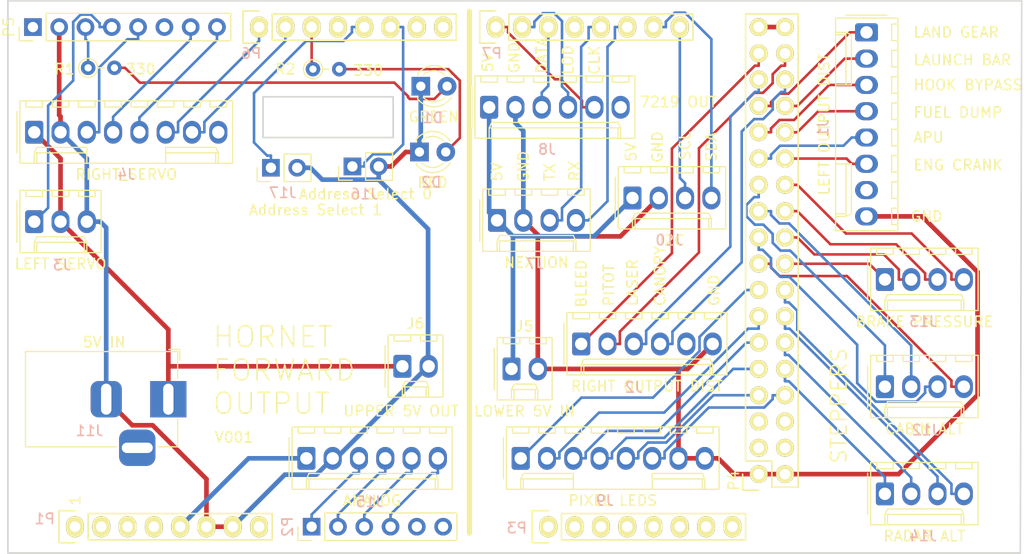
<source format=kicad_pcb>
(kicad_pcb (version 20171130) (host pcbnew "(5.1.5-0-10_14)")

  (general
    (thickness 1.6)
    (drawings 39)
    (tracks 366)
    (zones 0)
    (modules 28)
    (nets 58)
  )

  (page A4)
  (title_block
    (date "mar. 31 mars 2015")
  )

  (layers
    (0 F.Cu signal)
    (31 B.Cu signal)
    (32 B.Adhes user)
    (33 F.Adhes user)
    (34 B.Paste user)
    (35 F.Paste user)
    (36 B.SilkS user)
    (37 F.SilkS user)
    (38 B.Mask user)
    (39 F.Mask user)
    (40 Dwgs.User user)
    (41 Cmts.User user)
    (42 Eco1.User user)
    (43 Eco2.User user)
    (44 Edge.Cuts user)
    (45 Margin user)
    (46 B.CrtYd user)
    (47 F.CrtYd user)
    (48 B.Fab user)
    (49 F.Fab user)
  )

  (setup
    (last_trace_width 0.25)
    (trace_clearance 0.2)
    (zone_clearance 0.508)
    (zone_45_only no)
    (trace_min 0.2)
    (via_size 0.6)
    (via_drill 0.4)
    (via_min_size 0.4)
    (via_min_drill 0.3)
    (uvia_size 0.3)
    (uvia_drill 0.1)
    (uvias_allowed no)
    (uvia_min_size 0.2)
    (uvia_min_drill 0.1)
    (edge_width 0.15)
    (segment_width 0.15)
    (pcb_text_width 0.3)
    (pcb_text_size 1.5 1.5)
    (mod_edge_width 0.15)
    (mod_text_size 1 1)
    (mod_text_width 0.15)
    (pad_size 4.064 4.064)
    (pad_drill 3.048)
    (pad_to_mask_clearance 0)
    (aux_axis_origin 103.378 121.666)
    (visible_elements FFFFFF7F)
    (pcbplotparams
      (layerselection 0x00030_80000001)
      (usegerberextensions false)
      (usegerberattributes false)
      (usegerberadvancedattributes false)
      (creategerberjobfile false)
      (excludeedgelayer true)
      (linewidth 0.100000)
      (plotframeref false)
      (viasonmask false)
      (mode 1)
      (useauxorigin false)
      (hpglpennumber 1)
      (hpglpenspeed 20)
      (hpglpendiameter 15.000000)
      (psnegative false)
      (psa4output false)
      (plotreference true)
      (plotvalue true)
      (plotinvisibletext false)
      (padsonsilk false)
      (subtractmaskfromsilk false)
      (outputformat 1)
      (mirror false)
      (drillshape 1)
      (scaleselection 1)
      (outputdirectory ""))
  )

  (net 0 "")
  (net 1 GND)
  (net 2 /47)
  (net 3 /45)
  (net 4 /43)
  (net 5 /41)
  (net 6 /39)
  (net 7 /37)
  (net 8 /35)
  (net 9 /33)
  (net 10 /30)
  (net 11 /31)
  (net 12 /28)
  (net 13 /29)
  (net 14 /26)
  (net 15 /27)
  (net 16 /24)
  (net 17 /25)
  (net 18 /22)
  (net 19 /23)
  (net 20 +5V)
  (net 21 GNDD)
  (net 22 /D8)
  (net 23 /D7)
  (net 24 /D6)
  (net 25 /D12)
  (net 26 /D11)
  (net 27 /D9)
  (net 28 "Net-(D1-Pad2)")
  (net 29 "Net-(D2-Pad2)")
  (net 30 "/14(Tx3)")
  (net 31 "/15(Rx3)")
  (net 32 "/16(Tx2)")
  (net 33 "/18(Tx1)")
  (net 34 /38)
  (net 35 /36)
  (net 36 /34)
  (net 37 /32)
  (net 38 /48)
  (net 39 /49)
  (net 40 /46)
  (net 41 /44)
  (net 42 /42)
  (net 43 /40)
  (net 44 /D13)
  (net 45 /D5)
  (net 46 "/19(Rx1)")
  (net 47 "/20(SDA)")
  (net 48 "/21(SCL)")
  (net 49 /ADDRESS_SELECT_0)
  (net 50 /ADDRESS_SELECT_1)
  (net 51 /LOWER_OUTPUT_5V)
  (net 52 /UPPER_OUTPUT_5V)
  (net 53 +5VL)
  (net 54 /A3)
  (net 55 /A2)
  (net 56 /A1)
  (net 57 /A0)

  (net_class Default "This is the default net class."
    (clearance 0.2)
    (trace_width 0.25)
    (via_dia 0.6)
    (via_drill 0.4)
    (uvia_dia 0.3)
    (uvia_drill 0.1)
    (add_net "/14(Tx3)")
    (add_net "/15(Rx3)")
    (add_net "/16(Tx2)")
    (add_net "/18(Tx1)")
    (add_net "/19(Rx1)")
    (add_net "/20(SDA)")
    (add_net "/21(SCL)")
    (add_net /22)
    (add_net /23)
    (add_net /24)
    (add_net /25)
    (add_net /26)
    (add_net /27)
    (add_net /28)
    (add_net /29)
    (add_net /30)
    (add_net /31)
    (add_net /32)
    (add_net /33)
    (add_net /34)
    (add_net /35)
    (add_net /36)
    (add_net /37)
    (add_net /38)
    (add_net /39)
    (add_net /40)
    (add_net /41)
    (add_net /42)
    (add_net /43)
    (add_net /44)
    (add_net /45)
    (add_net /46)
    (add_net /47)
    (add_net /48)
    (add_net /49)
    (add_net /A0)
    (add_net /A1)
    (add_net /A2)
    (add_net /A3)
    (add_net /ADDRESS_SELECT_0)
    (add_net /ADDRESS_SELECT_1)
    (add_net /D11)
    (add_net /D12)
    (add_net /D13)
    (add_net /D5)
    (add_net /D6)
    (add_net /D7)
    (add_net /D8)
    (add_net /D9)
    (add_net "Net-(D1-Pad2)")
    (add_net "Net-(D2-Pad2)")
  )

  (net_class "GND AND POWER" ""
    (clearance 0.2)
    (trace_width 0.45)
    (via_dia 0.6)
    (via_drill 0.4)
    (uvia_dia 0.3)
    (uvia_drill 0.1)
    (add_net +5V)
    (add_net +5VL)
    (add_net /LOWER_OUTPUT_5V)
    (add_net /UPPER_OUTPUT_5V)
    (add_net GND)
    (add_net GNDD)
  )

  (module PT_Library_v001:Molex_1x06_P2.54mm_Vertical (layer F.Cu) (tedit 5B78013E) (tstamp 61737EAD)
    (at 153.67 112.522)
    (descr "Molex KK-254 Interconnect System, old/engineering part number: AE-6410-06A example for new part number: 22-27-2061, 6 Pins (http://www.molex.com/pdm_docs/sd/022272021_sd.pdf), generated with kicad-footprint-generator")
    (tags "connector Molex KK-254 side entry")
    (path /6177E875)
    (fp_text reference J15 (at 6.096 4.191) (layer B.SilkS)
      (effects (font (size 1 1) (thickness 0.15)) (justify mirror))
    )
    (fp_text value ANALOG (at 6.35 4.08) (layer F.SilkS)
      (effects (font (size 1 1) (thickness 0.15)))
    )
    (fp_text user %R (at 6.35 -2.22) (layer F.Fab)
      (effects (font (size 1 1) (thickness 0.15)))
    )
    (fp_line (start 14.47 -3.42) (end -1.77 -3.42) (layer F.CrtYd) (width 0.05))
    (fp_line (start 14.47 3.38) (end 14.47 -3.42) (layer F.CrtYd) (width 0.05))
    (fp_line (start -1.77 3.38) (end 14.47 3.38) (layer F.CrtYd) (width 0.05))
    (fp_line (start -1.77 -3.42) (end -1.77 3.38) (layer F.CrtYd) (width 0.05))
    (fp_line (start 13.5 -2.43) (end 13.5 -3.03) (layer F.SilkS) (width 0.12))
    (fp_line (start 11.9 -2.43) (end 13.5 -2.43) (layer F.SilkS) (width 0.12))
    (fp_line (start 11.9 -3.03) (end 11.9 -2.43) (layer F.SilkS) (width 0.12))
    (fp_line (start 10.96 -2.43) (end 10.96 -3.03) (layer F.SilkS) (width 0.12))
    (fp_line (start 9.36 -2.43) (end 10.96 -2.43) (layer F.SilkS) (width 0.12))
    (fp_line (start 9.36 -3.03) (end 9.36 -2.43) (layer F.SilkS) (width 0.12))
    (fp_line (start 8.42 -2.43) (end 8.42 -3.03) (layer F.SilkS) (width 0.12))
    (fp_line (start 6.82 -2.43) (end 8.42 -2.43) (layer F.SilkS) (width 0.12))
    (fp_line (start 6.82 -3.03) (end 6.82 -2.43) (layer F.SilkS) (width 0.12))
    (fp_line (start 5.88 -2.43) (end 5.88 -3.03) (layer F.SilkS) (width 0.12))
    (fp_line (start 4.28 -2.43) (end 5.88 -2.43) (layer F.SilkS) (width 0.12))
    (fp_line (start 4.28 -3.03) (end 4.28 -2.43) (layer F.SilkS) (width 0.12))
    (fp_line (start 3.34 -2.43) (end 3.34 -3.03) (layer F.SilkS) (width 0.12))
    (fp_line (start 1.74 -2.43) (end 3.34 -2.43) (layer F.SilkS) (width 0.12))
    (fp_line (start 1.74 -3.03) (end 1.74 -2.43) (layer F.SilkS) (width 0.12))
    (fp_line (start 0.8 -2.43) (end 0.8 -3.03) (layer F.SilkS) (width 0.12))
    (fp_line (start -0.8 -2.43) (end 0.8 -2.43) (layer F.SilkS) (width 0.12))
    (fp_line (start -0.8 -3.03) (end -0.8 -2.43) (layer F.SilkS) (width 0.12))
    (fp_line (start 12.45 2.99) (end 12.45 1.99) (layer F.SilkS) (width 0.12))
    (fp_line (start 0.25 2.99) (end 0.25 1.99) (layer F.SilkS) (width 0.12))
    (fp_line (start 12.45 1.46) (end 12.7 1.99) (layer F.SilkS) (width 0.12))
    (fp_line (start 0.25 1.46) (end 12.45 1.46) (layer F.SilkS) (width 0.12))
    (fp_line (start 0 1.99) (end 0.25 1.46) (layer F.SilkS) (width 0.12))
    (fp_line (start 12.7 1.99) (end 12.7 2.99) (layer F.SilkS) (width 0.12))
    (fp_line (start 0 1.99) (end 12.7 1.99) (layer F.SilkS) (width 0.12))
    (fp_line (start 0 2.99) (end 0 1.99) (layer F.SilkS) (width 0.12))
    (fp_line (start -0.562893 0) (end -1.27 0.5) (layer F.Fab) (width 0.1))
    (fp_line (start -1.27 -0.5) (end -0.562893 0) (layer F.Fab) (width 0.1))
    (fp_line (start -1.67 -2) (end -1.67 2) (layer F.SilkS) (width 0.12))
    (fp_line (start 14.08 -3.03) (end -1.38 -3.03) (layer F.SilkS) (width 0.12))
    (fp_line (start 14.08 2.99) (end 14.08 -3.03) (layer F.SilkS) (width 0.12))
    (fp_line (start -1.38 2.99) (end 14.08 2.99) (layer F.SilkS) (width 0.12))
    (fp_line (start -1.38 -3.03) (end -1.38 2.99) (layer F.SilkS) (width 0.12))
    (fp_line (start 13.97 -2.92) (end -1.27 -2.92) (layer F.Fab) (width 0.1))
    (fp_line (start 13.97 2.88) (end 13.97 -2.92) (layer F.Fab) (width 0.1))
    (fp_line (start -1.27 2.88) (end 13.97 2.88) (layer F.Fab) (width 0.1))
    (fp_line (start -1.27 -2.92) (end -1.27 2.88) (layer F.Fab) (width 0.1))
    (pad 6 thru_hole oval (at 12.7 0) (size 1.74 2.2) (drill 1.2) (layers *.Cu *.Mask)
      (net 54 /A3))
    (pad 5 thru_hole oval (at 10.16 0) (size 1.74 2.2) (drill 1.2) (layers *.Cu *.Mask)
      (net 55 /A2))
    (pad 4 thru_hole oval (at 7.62 0) (size 1.74 2.2) (drill 1.2) (layers *.Cu *.Mask)
      (net 56 /A1))
    (pad 3 thru_hole oval (at 5.08 0) (size 1.74 2.2) (drill 1.2) (layers *.Cu *.Mask)
      (net 57 /A0))
    (pad 2 thru_hole oval (at 2.54 0) (size 1.74 2.2) (drill 1.2) (layers *.Cu *.Mask)
      (net 21 GNDD))
    (pad 1 thru_hole roundrect (at 0 0) (size 1.74 2.2) (drill 1.2) (layers *.Cu *.Mask) (roundrect_rratio 0.143678)
      (net 53 +5VL))
    (model ${KISYS3DMOD}/Connector_Molex.3dshapes/Molex_KK-254_AE-6410-06A_1x06_P2.54mm_Vertical.wrl
      (at (xyz 0 0 0))
      (scale (xyz 1 1 1))
      (rotate (xyz 0 0 0))
    )
  )

  (module PT_Library_v001:Molex_1x02_P2.54mm_Vertical (layer F.Cu) (tedit 5B78013E) (tstamp 61735851)
    (at 162.941 103.632)
    (descr "Molex KK-254 Interconnect System, old/engineering part number: AE-6410-02A example for new part number: 22-27-2021, 2 Pins (http://www.molex.com/pdm_docs/sd/022272021_sd.pdf), generated with kicad-footprint-generator")
    (tags "connector Molex KK-254 side entry")
    (path /6177A219)
    (fp_text reference J6 (at 1.27 -4.12) (layer F.SilkS)
      (effects (font (size 1 1) (thickness 0.15)))
    )
    (fp_text value "UPPER 5V OUT" (at -0.127 4.318) (layer F.SilkS)
      (effects (font (size 1 1) (thickness 0.15)))
    )
    (fp_text user %R (at 1.27 -2.22) (layer F.Fab)
      (effects (font (size 1 1) (thickness 0.15)))
    )
    (fp_line (start 4.31 -3.42) (end -1.77 -3.42) (layer F.CrtYd) (width 0.05))
    (fp_line (start 4.31 3.38) (end 4.31 -3.42) (layer F.CrtYd) (width 0.05))
    (fp_line (start -1.77 3.38) (end 4.31 3.38) (layer F.CrtYd) (width 0.05))
    (fp_line (start -1.77 -3.42) (end -1.77 3.38) (layer F.CrtYd) (width 0.05))
    (fp_line (start 3.34 -2.43) (end 3.34 -3.03) (layer F.SilkS) (width 0.12))
    (fp_line (start 1.74 -2.43) (end 3.34 -2.43) (layer F.SilkS) (width 0.12))
    (fp_line (start 1.74 -3.03) (end 1.74 -2.43) (layer F.SilkS) (width 0.12))
    (fp_line (start 0.8 -2.43) (end 0.8 -3.03) (layer F.SilkS) (width 0.12))
    (fp_line (start -0.8 -2.43) (end 0.8 -2.43) (layer F.SilkS) (width 0.12))
    (fp_line (start -0.8 -3.03) (end -0.8 -2.43) (layer F.SilkS) (width 0.12))
    (fp_line (start 2.29 2.99) (end 2.29 1.99) (layer F.SilkS) (width 0.12))
    (fp_line (start 0.25 2.99) (end 0.25 1.99) (layer F.SilkS) (width 0.12))
    (fp_line (start 2.29 1.46) (end 2.54 1.99) (layer F.SilkS) (width 0.12))
    (fp_line (start 0.25 1.46) (end 2.29 1.46) (layer F.SilkS) (width 0.12))
    (fp_line (start 0 1.99) (end 0.25 1.46) (layer F.SilkS) (width 0.12))
    (fp_line (start 2.54 1.99) (end 2.54 2.99) (layer F.SilkS) (width 0.12))
    (fp_line (start 0 1.99) (end 2.54 1.99) (layer F.SilkS) (width 0.12))
    (fp_line (start 0 2.99) (end 0 1.99) (layer F.SilkS) (width 0.12))
    (fp_line (start -0.562893 0) (end -1.27 0.5) (layer F.Fab) (width 0.1))
    (fp_line (start -1.27 -0.5) (end -0.562893 0) (layer F.Fab) (width 0.1))
    (fp_line (start -1.67 -2) (end -1.67 2) (layer F.SilkS) (width 0.12))
    (fp_line (start 3.92 -3.03) (end -1.38 -3.03) (layer F.SilkS) (width 0.12))
    (fp_line (start 3.92 2.99) (end 3.92 -3.03) (layer F.SilkS) (width 0.12))
    (fp_line (start -1.38 2.99) (end 3.92 2.99) (layer F.SilkS) (width 0.12))
    (fp_line (start -1.38 -3.03) (end -1.38 2.99) (layer F.SilkS) (width 0.12))
    (fp_line (start 3.81 -2.92) (end -1.27 -2.92) (layer F.Fab) (width 0.1))
    (fp_line (start 3.81 2.88) (end 3.81 -2.92) (layer F.Fab) (width 0.1))
    (fp_line (start -1.27 2.88) (end 3.81 2.88) (layer F.Fab) (width 0.1))
    (fp_line (start -1.27 -2.92) (end -1.27 2.88) (layer F.Fab) (width 0.1))
    (pad 2 thru_hole oval (at 2.54 0) (size 1.74 2.2) (drill 1.2) (layers *.Cu *.Mask)
      (net 21 GNDD))
    (pad 1 thru_hole roundrect (at 0 0) (size 1.74 2.2) (drill 1.2) (layers *.Cu *.Mask) (roundrect_rratio 0.143678)
      (net 52 /UPPER_OUTPUT_5V))
    (model ${KISYS3DMOD}/Connector_Molex.3dshapes/Molex_KK-254_AE-6410-02A_1x02_P2.54mm_Vertical.wrl
      (at (xyz 0 0 0))
      (scale (xyz 1 1 1))
      (rotate (xyz 0 0 0))
    )
  )

  (module PT_Library_v001:Molex_1x08_P2.54mm_Vertical (layer F.Cu) (tedit 5B78013E) (tstamp 617354A7)
    (at 127.381 81.026)
    (descr "Molex KK-254 Interconnect System, old/engineering part number: AE-6410-08A example for new part number: 22-27-2081, 8 Pins (http://www.molex.com/pdm_docs/sd/022272021_sd.pdf), generated with kicad-footprint-generator")
    (tags "connector Molex KK-254 side entry")
    (path /61749FE1)
    (fp_text reference J4 (at 8.89 4.064) (layer B.SilkS)
      (effects (font (size 1 1) (thickness 0.15)) (justify mirror))
    )
    (fp_text value RIGHT_SERVO (at 8.89 4.08) (layer F.SilkS)
      (effects (font (size 1 1) (thickness 0.15)))
    )
    (fp_text user %R (at 8.89 -2.22) (layer F.Fab)
      (effects (font (size 1 1) (thickness 0.15)))
    )
    (fp_line (start 19.55 -3.42) (end -1.77 -3.42) (layer F.CrtYd) (width 0.05))
    (fp_line (start 19.55 3.38) (end 19.55 -3.42) (layer F.CrtYd) (width 0.05))
    (fp_line (start -1.77 3.38) (end 19.55 3.38) (layer F.CrtYd) (width 0.05))
    (fp_line (start -1.77 -3.42) (end -1.77 3.38) (layer F.CrtYd) (width 0.05))
    (fp_line (start 18.58 -2.43) (end 18.58 -3.03) (layer F.SilkS) (width 0.12))
    (fp_line (start 16.98 -2.43) (end 18.58 -2.43) (layer F.SilkS) (width 0.12))
    (fp_line (start 16.98 -3.03) (end 16.98 -2.43) (layer F.SilkS) (width 0.12))
    (fp_line (start 16.04 -2.43) (end 16.04 -3.03) (layer F.SilkS) (width 0.12))
    (fp_line (start 14.44 -2.43) (end 16.04 -2.43) (layer F.SilkS) (width 0.12))
    (fp_line (start 14.44 -3.03) (end 14.44 -2.43) (layer F.SilkS) (width 0.12))
    (fp_line (start 13.5 -2.43) (end 13.5 -3.03) (layer F.SilkS) (width 0.12))
    (fp_line (start 11.9 -2.43) (end 13.5 -2.43) (layer F.SilkS) (width 0.12))
    (fp_line (start 11.9 -3.03) (end 11.9 -2.43) (layer F.SilkS) (width 0.12))
    (fp_line (start 10.96 -2.43) (end 10.96 -3.03) (layer F.SilkS) (width 0.12))
    (fp_line (start 9.36 -2.43) (end 10.96 -2.43) (layer F.SilkS) (width 0.12))
    (fp_line (start 9.36 -3.03) (end 9.36 -2.43) (layer F.SilkS) (width 0.12))
    (fp_line (start 8.42 -2.43) (end 8.42 -3.03) (layer F.SilkS) (width 0.12))
    (fp_line (start 6.82 -2.43) (end 8.42 -2.43) (layer F.SilkS) (width 0.12))
    (fp_line (start 6.82 -3.03) (end 6.82 -2.43) (layer F.SilkS) (width 0.12))
    (fp_line (start 5.88 -2.43) (end 5.88 -3.03) (layer F.SilkS) (width 0.12))
    (fp_line (start 4.28 -2.43) (end 5.88 -2.43) (layer F.SilkS) (width 0.12))
    (fp_line (start 4.28 -3.03) (end 4.28 -2.43) (layer F.SilkS) (width 0.12))
    (fp_line (start 3.34 -2.43) (end 3.34 -3.03) (layer F.SilkS) (width 0.12))
    (fp_line (start 1.74 -2.43) (end 3.34 -2.43) (layer F.SilkS) (width 0.12))
    (fp_line (start 1.74 -3.03) (end 1.74 -2.43) (layer F.SilkS) (width 0.12))
    (fp_line (start 0.8 -2.43) (end 0.8 -3.03) (layer F.SilkS) (width 0.12))
    (fp_line (start -0.8 -2.43) (end 0.8 -2.43) (layer F.SilkS) (width 0.12))
    (fp_line (start -0.8 -3.03) (end -0.8 -2.43) (layer F.SilkS) (width 0.12))
    (fp_line (start 17.53 2.99) (end 17.53 1.99) (layer F.SilkS) (width 0.12))
    (fp_line (start 12.7 1.46) (end 12.7 1.99) (layer F.SilkS) (width 0.12))
    (fp_line (start 17.53 1.46) (end 12.7 1.46) (layer F.SilkS) (width 0.12))
    (fp_line (start 17.78 1.99) (end 17.53 1.46) (layer F.SilkS) (width 0.12))
    (fp_line (start 12.7 1.99) (end 12.7 2.99) (layer F.SilkS) (width 0.12))
    (fp_line (start 17.78 1.99) (end 12.7 1.99) (layer F.SilkS) (width 0.12))
    (fp_line (start 17.78 2.99) (end 17.78 1.99) (layer F.SilkS) (width 0.12))
    (fp_line (start 0.25 2.99) (end 0.25 1.99) (layer F.SilkS) (width 0.12))
    (fp_line (start 5.08 1.46) (end 5.08 1.99) (layer F.SilkS) (width 0.12))
    (fp_line (start 0.25 1.46) (end 5.08 1.46) (layer F.SilkS) (width 0.12))
    (fp_line (start 0 1.99) (end 0.25 1.46) (layer F.SilkS) (width 0.12))
    (fp_line (start 5.08 1.99) (end 5.08 2.99) (layer F.SilkS) (width 0.12))
    (fp_line (start 0 1.99) (end 5.08 1.99) (layer F.SilkS) (width 0.12))
    (fp_line (start 0 2.99) (end 0 1.99) (layer F.SilkS) (width 0.12))
    (fp_line (start -0.562893 0) (end -1.27 0.5) (layer F.Fab) (width 0.1))
    (fp_line (start -1.27 -0.5) (end -0.562893 0) (layer F.Fab) (width 0.1))
    (fp_line (start -1.67 -2) (end -1.67 2) (layer F.SilkS) (width 0.12))
    (fp_line (start 19.16 -3.03) (end -1.38 -3.03) (layer F.SilkS) (width 0.12))
    (fp_line (start 19.16 2.99) (end 19.16 -3.03) (layer F.SilkS) (width 0.12))
    (fp_line (start -1.38 2.99) (end 19.16 2.99) (layer F.SilkS) (width 0.12))
    (fp_line (start -1.38 -3.03) (end -1.38 2.99) (layer F.SilkS) (width 0.12))
    (fp_line (start 19.05 -2.92) (end -1.27 -2.92) (layer F.Fab) (width 0.1))
    (fp_line (start 19.05 2.88) (end 19.05 -2.92) (layer F.Fab) (width 0.1))
    (fp_line (start -1.27 2.88) (end 19.05 2.88) (layer F.Fab) (width 0.1))
    (fp_line (start -1.27 -2.92) (end -1.27 2.88) (layer F.Fab) (width 0.1))
    (pad 8 thru_hole oval (at 17.78 0) (size 1.74 2.2) (drill 1.2) (layers *.Cu *.Mask))
    (pad 7 thru_hole oval (at 15.24 0) (size 1.74 2.2) (drill 1.2) (layers *.Cu *.Mask)
      (net 24 /D6))
    (pad 6 thru_hole oval (at 12.7 0) (size 1.74 2.2) (drill 1.2) (layers *.Cu *.Mask)
      (net 23 /D7))
    (pad 5 thru_hole oval (at 10.16 0) (size 1.74 2.2) (drill 1.2) (layers *.Cu *.Mask)
      (net 22 /D8))
    (pad 4 thru_hole oval (at 7.62 0) (size 1.74 2.2) (drill 1.2) (layers *.Cu *.Mask)
      (net 27 /D9))
    (pad 3 thru_hole oval (at 5.08 0) (size 1.74 2.2) (drill 1.2) (layers *.Cu *.Mask)
      (net 26 /D11))
    (pad 2 thru_hole oval (at 2.54 0) (size 1.74 2.2) (drill 1.2) (layers *.Cu *.Mask)
      (net 21 GNDD))
    (pad 1 thru_hole roundrect (at 0 0) (size 1.74 2.2) (drill 1.2) (layers *.Cu *.Mask) (roundrect_rratio 0.143678)
      (net 52 /UPPER_OUTPUT_5V))
    (model ${KISYS3DMOD}/Connector_Molex.3dshapes/Molex_KK-254_AE-6410-08A_1x08_P2.54mm_Vertical.wrl
      (at (xyz 0 0 0))
      (scale (xyz 1 1 1))
      (rotate (xyz 0 0 0))
    )
  )

  (module Connector_BarrelJack:BarrelJack_Horizontal (layer F.Cu) (tedit 5A1DBF6A) (tstamp 617342DB)
    (at 140.335 106.807)
    (descr "DC Barrel Jack")
    (tags "Power Jack")
    (path /6173779C)
    (fp_text reference J11 (at -7.62 3.048) (layer B.SilkS)
      (effects (font (size 1 1) (thickness 0.15)) (justify mirror))
    )
    (fp_text value "5V IN" (at -6.2 -5.5) (layer F.SilkS)
      (effects (font (size 1 1) (thickness 0.15)))
    )
    (fp_line (start 0 -4.5) (end -13.7 -4.5) (layer F.Fab) (width 0.1))
    (fp_line (start 0.8 4.5) (end 0.8 -3.75) (layer F.Fab) (width 0.1))
    (fp_line (start -13.7 4.5) (end 0.8 4.5) (layer F.Fab) (width 0.1))
    (fp_line (start -13.7 -4.5) (end -13.7 4.5) (layer F.Fab) (width 0.1))
    (fp_line (start -10.2 -4.5) (end -10.2 4.5) (layer F.Fab) (width 0.1))
    (fp_line (start 0.9 -4.6) (end 0.9 -2) (layer F.SilkS) (width 0.12))
    (fp_line (start -13.8 -4.6) (end 0.9 -4.6) (layer F.SilkS) (width 0.12))
    (fp_line (start 0.9 4.6) (end -1 4.6) (layer F.SilkS) (width 0.12))
    (fp_line (start 0.9 1.9) (end 0.9 4.6) (layer F.SilkS) (width 0.12))
    (fp_line (start -13.8 4.6) (end -13.8 -4.6) (layer F.SilkS) (width 0.12))
    (fp_line (start -5 4.6) (end -13.8 4.6) (layer F.SilkS) (width 0.12))
    (fp_line (start -14 4.75) (end -14 -4.75) (layer F.CrtYd) (width 0.05))
    (fp_line (start -5 4.75) (end -14 4.75) (layer F.CrtYd) (width 0.05))
    (fp_line (start -5 6.75) (end -5 4.75) (layer F.CrtYd) (width 0.05))
    (fp_line (start -1 6.75) (end -5 6.75) (layer F.CrtYd) (width 0.05))
    (fp_line (start -1 4.75) (end -1 6.75) (layer F.CrtYd) (width 0.05))
    (fp_line (start 1 4.75) (end -1 4.75) (layer F.CrtYd) (width 0.05))
    (fp_line (start 1 2) (end 1 4.75) (layer F.CrtYd) (width 0.05))
    (fp_line (start 2 2) (end 1 2) (layer F.CrtYd) (width 0.05))
    (fp_line (start 2 -2) (end 2 2) (layer F.CrtYd) (width 0.05))
    (fp_line (start 1 -2) (end 2 -2) (layer F.CrtYd) (width 0.05))
    (fp_line (start 1 -4.5) (end 1 -2) (layer F.CrtYd) (width 0.05))
    (fp_line (start 1 -4.75) (end -14 -4.75) (layer F.CrtYd) (width 0.05))
    (fp_line (start 1 -4.5) (end 1 -4.75) (layer F.CrtYd) (width 0.05))
    (fp_line (start 0.05 -4.8) (end 1.1 -4.8) (layer F.SilkS) (width 0.12))
    (fp_line (start 1.1 -3.75) (end 1.1 -4.8) (layer F.SilkS) (width 0.12))
    (fp_line (start -0.003213 -4.505425) (end 0.8 -3.75) (layer F.Fab) (width 0.1))
    (fp_text user %R (at -3 -2.95) (layer F.Fab)
      (effects (font (size 1 1) (thickness 0.15)))
    )
    (pad 3 thru_hole roundrect (at -3 4.7) (size 3.5 3.5) (drill oval 3 1) (layers *.Cu *.Mask) (roundrect_rratio 0.25))
    (pad 2 thru_hole roundrect (at -6 0) (size 3 3.5) (drill oval 1 3) (layers *.Cu *.Mask) (roundrect_rratio 0.25)
      (net 21 GNDD))
    (pad 1 thru_hole rect (at 0 0) (size 3.5 3.5) (drill oval 1 3) (layers *.Cu *.Mask)
      (net 52 /UPPER_OUTPUT_5V))
    (model ${KISYS3DMOD}/Connector_BarrelJack.3dshapes/BarrelJack_Horizontal.wrl
      (at (xyz 0 0 0))
      (scale (xyz 1 1 1))
      (rotate (xyz 0 0 0))
    )
  )

  (module Connector_PinHeader_2.54mm:PinHeader_1x02_P2.54mm_Vertical (layer F.Cu) (tedit 59FED5CC) (tstamp 616DDE54)
    (at 150.241 84.455 90)
    (descr "Through hole straight pin header, 1x02, 2.54mm pitch, single row")
    (tags "Through hole pin header THT 1x02 2.54mm single row")
    (path /61704038)
    (fp_text reference J17 (at -2.413 1.143 180) (layer B.SilkS)
      (effects (font (size 1 1) (thickness 0.15)) (justify mirror))
    )
    (fp_text value "Address Select 1" (at -4.064 4.318 180) (layer F.SilkS)
      (effects (font (size 1 1) (thickness 0.15)))
    )
    (fp_text user %R (at 0 1.27) (layer F.Fab)
      (effects (font (size 1 1) (thickness 0.15)))
    )
    (fp_line (start 1.8 -1.8) (end -1.8 -1.8) (layer F.CrtYd) (width 0.05))
    (fp_line (start 1.8 4.35) (end 1.8 -1.8) (layer F.CrtYd) (width 0.05))
    (fp_line (start -1.8 4.35) (end 1.8 4.35) (layer F.CrtYd) (width 0.05))
    (fp_line (start -1.8 -1.8) (end -1.8 4.35) (layer F.CrtYd) (width 0.05))
    (fp_line (start -1.33 -1.33) (end 0 -1.33) (layer F.SilkS) (width 0.12))
    (fp_line (start -1.33 0) (end -1.33 -1.33) (layer F.SilkS) (width 0.12))
    (fp_line (start -1.33 1.27) (end 1.33 1.27) (layer F.SilkS) (width 0.12))
    (fp_line (start 1.33 1.27) (end 1.33 3.87) (layer F.SilkS) (width 0.12))
    (fp_line (start -1.33 1.27) (end -1.33 3.87) (layer F.SilkS) (width 0.12))
    (fp_line (start -1.33 3.87) (end 1.33 3.87) (layer F.SilkS) (width 0.12))
    (fp_line (start -1.27 -0.635) (end -0.635 -1.27) (layer F.Fab) (width 0.1))
    (fp_line (start -1.27 3.81) (end -1.27 -0.635) (layer F.Fab) (width 0.1))
    (fp_line (start 1.27 3.81) (end -1.27 3.81) (layer F.Fab) (width 0.1))
    (fp_line (start 1.27 -1.27) (end 1.27 3.81) (layer F.Fab) (width 0.1))
    (fp_line (start -0.635 -1.27) (end 1.27 -1.27) (layer F.Fab) (width 0.1))
    (pad 2 thru_hole oval (at 0 2.54 90) (size 1.7 1.7) (drill 1) (layers *.Cu *.Mask)
      (net 21 GNDD))
    (pad 1 thru_hole rect (at 0 0 90) (size 1.7 1.7) (drill 1) (layers *.Cu *.Mask)
      (net 50 /ADDRESS_SELECT_1))
    (model ${KISYS3DMOD}/Connector_PinHeader_2.54mm.3dshapes/PinHeader_1x02_P2.54mm_Vertical.wrl
      (at (xyz 0 0 0))
      (scale (xyz 1 1 1))
      (rotate (xyz 0 0 0))
    )
  )

  (module Connector_PinHeader_2.54mm:PinHeader_1x02_P2.54mm_Vertical (layer F.Cu) (tedit 59FED5CC) (tstamp 616DDE20)
    (at 158.115 84.328 90)
    (descr "Through hole straight pin header, 1x02, 2.54mm pitch, single row")
    (tags "Through hole pin header THT 1x02 2.54mm single row")
    (path /61703257)
    (fp_text reference J16 (at -2.667 1.143 180) (layer B.SilkS)
      (effects (font (size 1 1) (thickness 0.15)) (justify mirror))
    )
    (fp_text value "Address Select 0" (at -2.667 1.27 180) (layer F.SilkS)
      (effects (font (size 1 1) (thickness 0.15)))
    )
    (fp_text user %R (at 0 1.27) (layer F.Fab)
      (effects (font (size 1 1) (thickness 0.15)))
    )
    (fp_line (start 1.8 -1.8) (end -1.8 -1.8) (layer F.CrtYd) (width 0.05))
    (fp_line (start 1.8 4.35) (end 1.8 -1.8) (layer F.CrtYd) (width 0.05))
    (fp_line (start -1.8 4.35) (end 1.8 4.35) (layer F.CrtYd) (width 0.05))
    (fp_line (start -1.8 -1.8) (end -1.8 4.35) (layer F.CrtYd) (width 0.05))
    (fp_line (start -1.33 -1.33) (end 0 -1.33) (layer F.SilkS) (width 0.12))
    (fp_line (start -1.33 0) (end -1.33 -1.33) (layer F.SilkS) (width 0.12))
    (fp_line (start -1.33 1.27) (end 1.33 1.27) (layer F.SilkS) (width 0.12))
    (fp_line (start 1.33 1.27) (end 1.33 3.87) (layer F.SilkS) (width 0.12))
    (fp_line (start -1.33 1.27) (end -1.33 3.87) (layer F.SilkS) (width 0.12))
    (fp_line (start -1.33 3.87) (end 1.33 3.87) (layer F.SilkS) (width 0.12))
    (fp_line (start -1.27 -0.635) (end -0.635 -1.27) (layer F.Fab) (width 0.1))
    (fp_line (start -1.27 3.81) (end -1.27 -0.635) (layer F.Fab) (width 0.1))
    (fp_line (start 1.27 3.81) (end -1.27 3.81) (layer F.Fab) (width 0.1))
    (fp_line (start 1.27 -1.27) (end 1.27 3.81) (layer F.Fab) (width 0.1))
    (fp_line (start -0.635 -1.27) (end 1.27 -1.27) (layer F.Fab) (width 0.1))
    (pad 2 thru_hole oval (at 0 2.54 90) (size 1.7 1.7) (drill 1) (layers *.Cu *.Mask)
      (net 21 GNDD))
    (pad 1 thru_hole rect (at 0 0 90) (size 1.7 1.7) (drill 1) (layers *.Cu *.Mask)
      (net 49 /ADDRESS_SELECT_0))
    (model ${KISYS3DMOD}/Connector_PinHeader_2.54mm.3dshapes/PinHeader_1x02_P2.54mm_Vertical.wrl
      (at (xyz 0 0 0))
      (scale (xyz 1 1 1))
      (rotate (xyz 0 0 0))
    )
  )

  (module PT_Library_v001:Molex_1x04_P2.54mm_Vertical (layer F.Cu) (tedit 5B78013E) (tstamp 6173490B)
    (at 172.085 89.535)
    (descr "Molex KK-254 Interconnect System, old/engineering part number: AE-6410-04A example for new part number: 22-27-2041, 4 Pins (http://www.molex.com/pdm_docs/sd/022272021_sd.pdf), generated with kicad-footprint-generator")
    (tags "connector Molex KK-254 side entry")
    (path /617A3D34)
    (fp_text reference J7 (at 3.683 4.191) (layer B.SilkS)
      (effects (font (size 1 1) (thickness 0.15)) (justify mirror))
    )
    (fp_text value NEXTION (at 3.81 4.08) (layer F.SilkS)
      (effects (font (size 1 1) (thickness 0.15)))
    )
    (fp_text user %R (at 3.81 -2.22) (layer F.Fab)
      (effects (font (size 1 1) (thickness 0.15)))
    )
    (fp_line (start 9.39 -3.42) (end -1.77 -3.42) (layer F.CrtYd) (width 0.05))
    (fp_line (start 9.39 3.38) (end 9.39 -3.42) (layer F.CrtYd) (width 0.05))
    (fp_line (start -1.77 3.38) (end 9.39 3.38) (layer F.CrtYd) (width 0.05))
    (fp_line (start -1.77 -3.42) (end -1.77 3.38) (layer F.CrtYd) (width 0.05))
    (fp_line (start 8.42 -2.43) (end 8.42 -3.03) (layer F.SilkS) (width 0.12))
    (fp_line (start 6.82 -2.43) (end 8.42 -2.43) (layer F.SilkS) (width 0.12))
    (fp_line (start 6.82 -3.03) (end 6.82 -2.43) (layer F.SilkS) (width 0.12))
    (fp_line (start 5.88 -2.43) (end 5.88 -3.03) (layer F.SilkS) (width 0.12))
    (fp_line (start 4.28 -2.43) (end 5.88 -2.43) (layer F.SilkS) (width 0.12))
    (fp_line (start 4.28 -3.03) (end 4.28 -2.43) (layer F.SilkS) (width 0.12))
    (fp_line (start 3.34 -2.43) (end 3.34 -3.03) (layer F.SilkS) (width 0.12))
    (fp_line (start 1.74 -2.43) (end 3.34 -2.43) (layer F.SilkS) (width 0.12))
    (fp_line (start 1.74 -3.03) (end 1.74 -2.43) (layer F.SilkS) (width 0.12))
    (fp_line (start 0.8 -2.43) (end 0.8 -3.03) (layer F.SilkS) (width 0.12))
    (fp_line (start -0.8 -2.43) (end 0.8 -2.43) (layer F.SilkS) (width 0.12))
    (fp_line (start -0.8 -3.03) (end -0.8 -2.43) (layer F.SilkS) (width 0.12))
    (fp_line (start 7.37 2.99) (end 7.37 1.99) (layer F.SilkS) (width 0.12))
    (fp_line (start 0.25 2.99) (end 0.25 1.99) (layer F.SilkS) (width 0.12))
    (fp_line (start 7.37 1.46) (end 7.62 1.99) (layer F.SilkS) (width 0.12))
    (fp_line (start 0.25 1.46) (end 7.37 1.46) (layer F.SilkS) (width 0.12))
    (fp_line (start 0 1.99) (end 0.25 1.46) (layer F.SilkS) (width 0.12))
    (fp_line (start 7.62 1.99) (end 7.62 2.99) (layer F.SilkS) (width 0.12))
    (fp_line (start 0 1.99) (end 7.62 1.99) (layer F.SilkS) (width 0.12))
    (fp_line (start 0 2.99) (end 0 1.99) (layer F.SilkS) (width 0.12))
    (fp_line (start -0.562893 0) (end -1.27 0.5) (layer F.Fab) (width 0.1))
    (fp_line (start -1.27 -0.5) (end -0.562893 0) (layer F.Fab) (width 0.1))
    (fp_line (start -1.67 -2) (end -1.67 2) (layer F.SilkS) (width 0.12))
    (fp_line (start 9 -3.03) (end -1.38 -3.03) (layer F.SilkS) (width 0.12))
    (fp_line (start 9 2.99) (end 9 -3.03) (layer F.SilkS) (width 0.12))
    (fp_line (start -1.38 2.99) (end 9 2.99) (layer F.SilkS) (width 0.12))
    (fp_line (start -1.38 -3.03) (end -1.38 2.99) (layer F.SilkS) (width 0.12))
    (fp_line (start 8.89 -2.92) (end -1.27 -2.92) (layer F.Fab) (width 0.1))
    (fp_line (start 8.89 2.88) (end 8.89 -2.92) (layer F.Fab) (width 0.1))
    (fp_line (start -1.27 2.88) (end 8.89 2.88) (layer F.Fab) (width 0.1))
    (fp_line (start -1.27 -2.92) (end -1.27 2.88) (layer F.Fab) (width 0.1))
    (pad 4 thru_hole oval (at 7.62 0) (size 1.74 2.2) (drill 1.2) (layers *.Cu *.Mask)
      (net 46 "/19(Rx1)"))
    (pad 3 thru_hole oval (at 5.08 0) (size 1.74 2.2) (drill 1.2) (layers *.Cu *.Mask)
      (net 33 "/18(Tx1)"))
    (pad 2 thru_hole oval (at 2.54 0) (size 1.74 2.2) (drill 1.2) (layers *.Cu *.Mask)
      (net 1 GND))
    (pad 1 thru_hole roundrect (at 0 0) (size 1.74 2.2) (drill 1.2) (layers *.Cu *.Mask) (roundrect_rratio 0.143678)
      (net 51 /LOWER_OUTPUT_5V))
    (model ${KISYS3DMOD}/Connector_Molex.3dshapes/Molex_KK-254_AE-6410-04A_1x04_P2.54mm_Vertical.wrl
      (at (xyz 0 0 0))
      (scale (xyz 1 1 1))
      (rotate (xyz 0 0 0))
    )
  )

  (module PT_Library_v001:Molex_1x04_P2.54mm_Vertical (layer F.Cu) (tedit 5B78013E) (tstamp 6173396D)
    (at 185.166 87.376)
    (descr "Molex KK-254 Interconnect System, old/engineering part number: AE-6410-04A example for new part number: 22-27-2041, 4 Pins (http://www.molex.com/pdm_docs/sd/022272021_sd.pdf), generated with kicad-footprint-generator")
    (tags "connector Molex KK-254 side entry")
    (path /617A0FB1)
    (fp_text reference J10 (at 3.556 4.064) (layer B.SilkS)
      (effects (font (size 1 1) (thickness 0.15)) (justify mirror))
    )
    (fp_text value I2C (at 3.81 4.08) (layer F.SilkS)
      (effects (font (size 1 1) (thickness 0.15)))
    )
    (fp_text user %R (at 3.81 -2.22) (layer F.Fab)
      (effects (font (size 1 1) (thickness 0.15)))
    )
    (fp_line (start 9.39 -3.42) (end -1.77 -3.42) (layer F.CrtYd) (width 0.05))
    (fp_line (start 9.39 3.38) (end 9.39 -3.42) (layer F.CrtYd) (width 0.05))
    (fp_line (start -1.77 3.38) (end 9.39 3.38) (layer F.CrtYd) (width 0.05))
    (fp_line (start -1.77 -3.42) (end -1.77 3.38) (layer F.CrtYd) (width 0.05))
    (fp_line (start 8.42 -2.43) (end 8.42 -3.03) (layer F.SilkS) (width 0.12))
    (fp_line (start 6.82 -2.43) (end 8.42 -2.43) (layer F.SilkS) (width 0.12))
    (fp_line (start 6.82 -3.03) (end 6.82 -2.43) (layer F.SilkS) (width 0.12))
    (fp_line (start 5.88 -2.43) (end 5.88 -3.03) (layer F.SilkS) (width 0.12))
    (fp_line (start 4.28 -2.43) (end 5.88 -2.43) (layer F.SilkS) (width 0.12))
    (fp_line (start 4.28 -3.03) (end 4.28 -2.43) (layer F.SilkS) (width 0.12))
    (fp_line (start 3.34 -2.43) (end 3.34 -3.03) (layer F.SilkS) (width 0.12))
    (fp_line (start 1.74 -2.43) (end 3.34 -2.43) (layer F.SilkS) (width 0.12))
    (fp_line (start 1.74 -3.03) (end 1.74 -2.43) (layer F.SilkS) (width 0.12))
    (fp_line (start 0.8 -2.43) (end 0.8 -3.03) (layer F.SilkS) (width 0.12))
    (fp_line (start -0.8 -2.43) (end 0.8 -2.43) (layer F.SilkS) (width 0.12))
    (fp_line (start -0.8 -3.03) (end -0.8 -2.43) (layer F.SilkS) (width 0.12))
    (fp_line (start 7.37 2.99) (end 7.37 1.99) (layer F.SilkS) (width 0.12))
    (fp_line (start 0.25 2.99) (end 0.25 1.99) (layer F.SilkS) (width 0.12))
    (fp_line (start 7.37 1.46) (end 7.62 1.99) (layer F.SilkS) (width 0.12))
    (fp_line (start 0.25 1.46) (end 7.37 1.46) (layer F.SilkS) (width 0.12))
    (fp_line (start 0 1.99) (end 0.25 1.46) (layer F.SilkS) (width 0.12))
    (fp_line (start 7.62 1.99) (end 7.62 2.99) (layer F.SilkS) (width 0.12))
    (fp_line (start 0 1.99) (end 7.62 1.99) (layer F.SilkS) (width 0.12))
    (fp_line (start 0 2.99) (end 0 1.99) (layer F.SilkS) (width 0.12))
    (fp_line (start -0.562893 0) (end -1.27 0.5) (layer F.Fab) (width 0.1))
    (fp_line (start -1.27 -0.5) (end -0.562893 0) (layer F.Fab) (width 0.1))
    (fp_line (start -1.67 -2) (end -1.67 2) (layer F.SilkS) (width 0.12))
    (fp_line (start 9 -3.03) (end -1.38 -3.03) (layer F.SilkS) (width 0.12))
    (fp_line (start 9 2.99) (end 9 -3.03) (layer F.SilkS) (width 0.12))
    (fp_line (start -1.38 2.99) (end 9 2.99) (layer F.SilkS) (width 0.12))
    (fp_line (start -1.38 -3.03) (end -1.38 2.99) (layer F.SilkS) (width 0.12))
    (fp_line (start 8.89 -2.92) (end -1.27 -2.92) (layer F.Fab) (width 0.1))
    (fp_line (start 8.89 2.88) (end 8.89 -2.92) (layer F.Fab) (width 0.1))
    (fp_line (start -1.27 2.88) (end 8.89 2.88) (layer F.Fab) (width 0.1))
    (fp_line (start -1.27 -2.92) (end -1.27 2.88) (layer F.Fab) (width 0.1))
    (pad 4 thru_hole oval (at 7.62 0) (size 1.74 2.2) (drill 1.2) (layers *.Cu *.Mask)
      (net 47 "/20(SDA)"))
    (pad 3 thru_hole oval (at 5.08 0) (size 1.74 2.2) (drill 1.2) (layers *.Cu *.Mask)
      (net 48 "/21(SCL)"))
    (pad 2 thru_hole oval (at 2.54 0) (size 1.74 2.2) (drill 1.2) (layers *.Cu *.Mask)
      (net 1 GND))
    (pad 1 thru_hole roundrect (at 0 0) (size 1.74 2.2) (drill 1.2) (layers *.Cu *.Mask) (roundrect_rratio 0.143678)
      (net 51 /LOWER_OUTPUT_5V))
    (model ${KISYS3DMOD}/Connector_Molex.3dshapes/Molex_KK-254_AE-6410-04A_1x04_P2.54mm_Vertical.wrl
      (at (xyz 0 0 0))
      (scale (xyz 1 1 1))
      (rotate (xyz 0 0 0))
    )
  )

  (module PT_Library_v001:Molex_1x08_P2.54mm_Vertical (layer F.Cu) (tedit 5B78013E) (tstamp 61733941)
    (at 174.371 112.522)
    (descr "Molex KK-254 Interconnect System, old/engineering part number: AE-6410-08A example for new part number: 22-27-2081, 8 Pins (http://www.molex.com/pdm_docs/sd/022272021_sd.pdf), generated with kicad-footprint-generator")
    (tags "connector Molex KK-254 side entry")
    (path /61783AF5)
    (fp_text reference J9 (at 8.128 4.064) (layer B.SilkS)
      (effects (font (size 1 1) (thickness 0.15)) (justify mirror))
    )
    (fp_text value "PIXEL LEDS" (at 8.89 4.08) (layer F.SilkS)
      (effects (font (size 1 1) (thickness 0.15)))
    )
    (fp_text user %R (at 8.89 -2.22) (layer F.Fab)
      (effects (font (size 1 1) (thickness 0.15)))
    )
    (fp_line (start 19.55 -3.42) (end -1.77 -3.42) (layer F.CrtYd) (width 0.05))
    (fp_line (start 19.55 3.38) (end 19.55 -3.42) (layer F.CrtYd) (width 0.05))
    (fp_line (start -1.77 3.38) (end 19.55 3.38) (layer F.CrtYd) (width 0.05))
    (fp_line (start -1.77 -3.42) (end -1.77 3.38) (layer F.CrtYd) (width 0.05))
    (fp_line (start 18.58 -2.43) (end 18.58 -3.03) (layer F.SilkS) (width 0.12))
    (fp_line (start 16.98 -2.43) (end 18.58 -2.43) (layer F.SilkS) (width 0.12))
    (fp_line (start 16.98 -3.03) (end 16.98 -2.43) (layer F.SilkS) (width 0.12))
    (fp_line (start 16.04 -2.43) (end 16.04 -3.03) (layer F.SilkS) (width 0.12))
    (fp_line (start 14.44 -2.43) (end 16.04 -2.43) (layer F.SilkS) (width 0.12))
    (fp_line (start 14.44 -3.03) (end 14.44 -2.43) (layer F.SilkS) (width 0.12))
    (fp_line (start 13.5 -2.43) (end 13.5 -3.03) (layer F.SilkS) (width 0.12))
    (fp_line (start 11.9 -2.43) (end 13.5 -2.43) (layer F.SilkS) (width 0.12))
    (fp_line (start 11.9 -3.03) (end 11.9 -2.43) (layer F.SilkS) (width 0.12))
    (fp_line (start 10.96 -2.43) (end 10.96 -3.03) (layer F.SilkS) (width 0.12))
    (fp_line (start 9.36 -2.43) (end 10.96 -2.43) (layer F.SilkS) (width 0.12))
    (fp_line (start 9.36 -3.03) (end 9.36 -2.43) (layer F.SilkS) (width 0.12))
    (fp_line (start 8.42 -2.43) (end 8.42 -3.03) (layer F.SilkS) (width 0.12))
    (fp_line (start 6.82 -2.43) (end 8.42 -2.43) (layer F.SilkS) (width 0.12))
    (fp_line (start 6.82 -3.03) (end 6.82 -2.43) (layer F.SilkS) (width 0.12))
    (fp_line (start 5.88 -2.43) (end 5.88 -3.03) (layer F.SilkS) (width 0.12))
    (fp_line (start 4.28 -2.43) (end 5.88 -2.43) (layer F.SilkS) (width 0.12))
    (fp_line (start 4.28 -3.03) (end 4.28 -2.43) (layer F.SilkS) (width 0.12))
    (fp_line (start 3.34 -2.43) (end 3.34 -3.03) (layer F.SilkS) (width 0.12))
    (fp_line (start 1.74 -2.43) (end 3.34 -2.43) (layer F.SilkS) (width 0.12))
    (fp_line (start 1.74 -3.03) (end 1.74 -2.43) (layer F.SilkS) (width 0.12))
    (fp_line (start 0.8 -2.43) (end 0.8 -3.03) (layer F.SilkS) (width 0.12))
    (fp_line (start -0.8 -2.43) (end 0.8 -2.43) (layer F.SilkS) (width 0.12))
    (fp_line (start -0.8 -3.03) (end -0.8 -2.43) (layer F.SilkS) (width 0.12))
    (fp_line (start 17.53 2.99) (end 17.53 1.99) (layer F.SilkS) (width 0.12))
    (fp_line (start 12.7 1.46) (end 12.7 1.99) (layer F.SilkS) (width 0.12))
    (fp_line (start 17.53 1.46) (end 12.7 1.46) (layer F.SilkS) (width 0.12))
    (fp_line (start 17.78 1.99) (end 17.53 1.46) (layer F.SilkS) (width 0.12))
    (fp_line (start 12.7 1.99) (end 12.7 2.99) (layer F.SilkS) (width 0.12))
    (fp_line (start 17.78 1.99) (end 12.7 1.99) (layer F.SilkS) (width 0.12))
    (fp_line (start 17.78 2.99) (end 17.78 1.99) (layer F.SilkS) (width 0.12))
    (fp_line (start 0.25 2.99) (end 0.25 1.99) (layer F.SilkS) (width 0.12))
    (fp_line (start 5.08 1.46) (end 5.08 1.99) (layer F.SilkS) (width 0.12))
    (fp_line (start 0.25 1.46) (end 5.08 1.46) (layer F.SilkS) (width 0.12))
    (fp_line (start 0 1.99) (end 0.25 1.46) (layer F.SilkS) (width 0.12))
    (fp_line (start 5.08 1.99) (end 5.08 2.99) (layer F.SilkS) (width 0.12))
    (fp_line (start 0 1.99) (end 5.08 1.99) (layer F.SilkS) (width 0.12))
    (fp_line (start 0 2.99) (end 0 1.99) (layer F.SilkS) (width 0.12))
    (fp_line (start -0.562893 0) (end -1.27 0.5) (layer F.Fab) (width 0.1))
    (fp_line (start -1.27 -0.5) (end -0.562893 0) (layer F.Fab) (width 0.1))
    (fp_line (start -1.67 -2) (end -1.67 2) (layer F.SilkS) (width 0.12))
    (fp_line (start 19.16 -3.03) (end -1.38 -3.03) (layer F.SilkS) (width 0.12))
    (fp_line (start 19.16 2.99) (end 19.16 -3.03) (layer F.SilkS) (width 0.12))
    (fp_line (start -1.38 2.99) (end 19.16 2.99) (layer F.SilkS) (width 0.12))
    (fp_line (start -1.38 -3.03) (end -1.38 2.99) (layer F.SilkS) (width 0.12))
    (fp_line (start 19.05 -2.92) (end -1.27 -2.92) (layer F.Fab) (width 0.1))
    (fp_line (start 19.05 2.88) (end 19.05 -2.92) (layer F.Fab) (width 0.1))
    (fp_line (start -1.27 2.88) (end 19.05 2.88) (layer F.Fab) (width 0.1))
    (fp_line (start -1.27 -2.92) (end -1.27 2.88) (layer F.Fab) (width 0.1))
    (pad 8 thru_hole oval (at 17.78 0) (size 1.74 2.2) (drill 1.2) (layers *.Cu *.Mask)
      (net 1 GND))
    (pad 7 thru_hole oval (at 15.24 0) (size 1.74 2.2) (drill 1.2) (layers *.Cu *.Mask)
      (net 1 GND))
    (pad 6 thru_hole oval (at 12.7 0) (size 1.74 2.2) (drill 1.2) (layers *.Cu *.Mask)
      (net 39 /49))
    (pad 5 thru_hole oval (at 10.16 0) (size 1.74 2.2) (drill 1.2) (layers *.Cu *.Mask)
      (net 38 /48))
    (pad 4 thru_hole oval (at 7.62 0) (size 1.74 2.2) (drill 1.2) (layers *.Cu *.Mask)
      (net 40 /46))
    (pad 3 thru_hole oval (at 5.08 0) (size 1.74 2.2) (drill 1.2) (layers *.Cu *.Mask)
      (net 41 /44))
    (pad 2 thru_hole oval (at 2.54 0) (size 1.74 2.2) (drill 1.2) (layers *.Cu *.Mask)
      (net 42 /42))
    (pad 1 thru_hole roundrect (at 0 0) (size 1.74 2.2) (drill 1.2) (layers *.Cu *.Mask) (roundrect_rratio 0.143678)
      (net 43 /40))
    (model ${KISYS3DMOD}/Connector_Molex.3dshapes/Molex_KK-254_AE-6410-08A_1x08_P2.54mm_Vertical.wrl
      (at (xyz 0 0 0))
      (scale (xyz 1 1 1))
      (rotate (xyz 0 0 0))
    )
  )

  (module PT_Library_v001:Molex_1x04_P2.54mm_Vertical (layer F.Cu) (tedit 5B78013E) (tstamp 6173189D)
    (at 209.55 105.6)
    (descr "Molex KK-254 Interconnect System, old/engineering part number: AE-6410-04A example for new part number: 22-27-2041, 4 Pins (http://www.molex.com/pdm_docs/sd/022272021_sd.pdf), generated with kicad-footprint-generator")
    (tags "connector Molex KK-254 side entry")
    (path /6175A8F9)
    (fp_text reference J12 (at 3.937 4.191) (layer B.SilkS)
      (effects (font (size 1 1) (thickness 0.15)) (justify mirror))
    )
    (fp_text value "CABIN ALT" (at 3.81 4.08) (layer F.SilkS)
      (effects (font (size 1 1) (thickness 0.15)))
    )
    (fp_text user %R (at 3.81 -2.22) (layer F.Fab)
      (effects (font (size 1 1) (thickness 0.15)))
    )
    (fp_line (start 9.39 -3.42) (end -1.77 -3.42) (layer F.CrtYd) (width 0.05))
    (fp_line (start 9.39 3.38) (end 9.39 -3.42) (layer F.CrtYd) (width 0.05))
    (fp_line (start -1.77 3.38) (end 9.39 3.38) (layer F.CrtYd) (width 0.05))
    (fp_line (start -1.77 -3.42) (end -1.77 3.38) (layer F.CrtYd) (width 0.05))
    (fp_line (start 8.42 -2.43) (end 8.42 -3.03) (layer F.SilkS) (width 0.12))
    (fp_line (start 6.82 -2.43) (end 8.42 -2.43) (layer F.SilkS) (width 0.12))
    (fp_line (start 6.82 -3.03) (end 6.82 -2.43) (layer F.SilkS) (width 0.12))
    (fp_line (start 5.88 -2.43) (end 5.88 -3.03) (layer F.SilkS) (width 0.12))
    (fp_line (start 4.28 -2.43) (end 5.88 -2.43) (layer F.SilkS) (width 0.12))
    (fp_line (start 4.28 -3.03) (end 4.28 -2.43) (layer F.SilkS) (width 0.12))
    (fp_line (start 3.34 -2.43) (end 3.34 -3.03) (layer F.SilkS) (width 0.12))
    (fp_line (start 1.74 -2.43) (end 3.34 -2.43) (layer F.SilkS) (width 0.12))
    (fp_line (start 1.74 -3.03) (end 1.74 -2.43) (layer F.SilkS) (width 0.12))
    (fp_line (start 0.8 -2.43) (end 0.8 -3.03) (layer F.SilkS) (width 0.12))
    (fp_line (start -0.8 -2.43) (end 0.8 -2.43) (layer F.SilkS) (width 0.12))
    (fp_line (start -0.8 -3.03) (end -0.8 -2.43) (layer F.SilkS) (width 0.12))
    (fp_line (start 7.37 2.99) (end 7.37 1.99) (layer F.SilkS) (width 0.12))
    (fp_line (start 0.25 2.99) (end 0.25 1.99) (layer F.SilkS) (width 0.12))
    (fp_line (start 7.37 1.46) (end 7.62 1.99) (layer F.SilkS) (width 0.12))
    (fp_line (start 0.25 1.46) (end 7.37 1.46) (layer F.SilkS) (width 0.12))
    (fp_line (start 0 1.99) (end 0.25 1.46) (layer F.SilkS) (width 0.12))
    (fp_line (start 7.62 1.99) (end 7.62 2.99) (layer F.SilkS) (width 0.12))
    (fp_line (start 0 1.99) (end 7.62 1.99) (layer F.SilkS) (width 0.12))
    (fp_line (start 0 2.99) (end 0 1.99) (layer F.SilkS) (width 0.12))
    (fp_line (start -0.562893 0) (end -1.27 0.5) (layer F.Fab) (width 0.1))
    (fp_line (start -1.27 -0.5) (end -0.562893 0) (layer F.Fab) (width 0.1))
    (fp_line (start -1.67 -2) (end -1.67 2) (layer F.SilkS) (width 0.12))
    (fp_line (start 9 -3.03) (end -1.38 -3.03) (layer F.SilkS) (width 0.12))
    (fp_line (start 9 2.99) (end 9 -3.03) (layer F.SilkS) (width 0.12))
    (fp_line (start -1.38 2.99) (end 9 2.99) (layer F.SilkS) (width 0.12))
    (fp_line (start -1.38 -3.03) (end -1.38 2.99) (layer F.SilkS) (width 0.12))
    (fp_line (start 8.89 -2.92) (end -1.27 -2.92) (layer F.Fab) (width 0.1))
    (fp_line (start 8.89 2.88) (end 8.89 -2.92) (layer F.Fab) (width 0.1))
    (fp_line (start -1.27 2.88) (end 8.89 2.88) (layer F.Fab) (width 0.1))
    (fp_line (start -1.27 -2.92) (end -1.27 2.88) (layer F.Fab) (width 0.1))
    (pad 4 thru_hole oval (at 7.62 0) (size 1.74 2.2) (drill 1.2) (layers *.Cu *.Mask)
      (net 34 /38))
    (pad 3 thru_hole oval (at 5.08 0) (size 1.74 2.2) (drill 1.2) (layers *.Cu *.Mask)
      (net 35 /36))
    (pad 2 thru_hole oval (at 2.54 0) (size 1.74 2.2) (drill 1.2) (layers *.Cu *.Mask)
      (net 36 /34))
    (pad 1 thru_hole roundrect (at 0 0) (size 1.74 2.2) (drill 1.2) (layers *.Cu *.Mask) (roundrect_rratio 0.143678)
      (net 37 /32))
    (model ${KISYS3DMOD}/Connector_Molex.3dshapes/Molex_KK-254_AE-6410-04A_1x04_P2.54mm_Vertical.wrl
      (at (xyz 0 0 0))
      (scale (xyz 1 1 1))
      (rotate (xyz 0 0 0))
    )
  )

  (module PT_Library_v001:Molex_1x04_P2.54mm_Vertical (layer F.Cu) (tedit 5B78013E) (tstamp 61721B76)
    (at 209.55 115.951)
    (descr "Molex KK-254 Interconnect System, old/engineering part number: AE-6410-04A example for new part number: 22-27-2041, 4 Pins (http://www.molex.com/pdm_docs/sd/022272021_sd.pdf), generated with kicad-footprint-generator")
    (tags "connector Molex KK-254 side entry")
    (path /617DC9EB)
    (fp_text reference J14 (at 3.683 4.064) (layer B.SilkS)
      (effects (font (size 1 1) (thickness 0.15)) (justify mirror))
    )
    (fp_text value "RADAR ALT" (at 3.81 4.08) (layer F.SilkS)
      (effects (font (size 1 1) (thickness 0.15)))
    )
    (fp_text user %R (at 3.81 -2.22) (layer F.Fab)
      (effects (font (size 1 1) (thickness 0.15)))
    )
    (fp_line (start 9.39 -3.42) (end -1.77 -3.42) (layer F.CrtYd) (width 0.05))
    (fp_line (start 9.39 3.38) (end 9.39 -3.42) (layer F.CrtYd) (width 0.05))
    (fp_line (start -1.77 3.38) (end 9.39 3.38) (layer F.CrtYd) (width 0.05))
    (fp_line (start -1.77 -3.42) (end -1.77 3.38) (layer F.CrtYd) (width 0.05))
    (fp_line (start 8.42 -2.43) (end 8.42 -3.03) (layer F.SilkS) (width 0.12))
    (fp_line (start 6.82 -2.43) (end 8.42 -2.43) (layer F.SilkS) (width 0.12))
    (fp_line (start 6.82 -3.03) (end 6.82 -2.43) (layer F.SilkS) (width 0.12))
    (fp_line (start 5.88 -2.43) (end 5.88 -3.03) (layer F.SilkS) (width 0.12))
    (fp_line (start 4.28 -2.43) (end 5.88 -2.43) (layer F.SilkS) (width 0.12))
    (fp_line (start 4.28 -3.03) (end 4.28 -2.43) (layer F.SilkS) (width 0.12))
    (fp_line (start 3.34 -2.43) (end 3.34 -3.03) (layer F.SilkS) (width 0.12))
    (fp_line (start 1.74 -2.43) (end 3.34 -2.43) (layer F.SilkS) (width 0.12))
    (fp_line (start 1.74 -3.03) (end 1.74 -2.43) (layer F.SilkS) (width 0.12))
    (fp_line (start 0.8 -2.43) (end 0.8 -3.03) (layer F.SilkS) (width 0.12))
    (fp_line (start -0.8 -2.43) (end 0.8 -2.43) (layer F.SilkS) (width 0.12))
    (fp_line (start -0.8 -3.03) (end -0.8 -2.43) (layer F.SilkS) (width 0.12))
    (fp_line (start 7.37 2.99) (end 7.37 1.99) (layer F.SilkS) (width 0.12))
    (fp_line (start 0.25 2.99) (end 0.25 1.99) (layer F.SilkS) (width 0.12))
    (fp_line (start 7.37 1.46) (end 7.62 1.99) (layer F.SilkS) (width 0.12))
    (fp_line (start 0.25 1.46) (end 7.37 1.46) (layer F.SilkS) (width 0.12))
    (fp_line (start 0 1.99) (end 0.25 1.46) (layer F.SilkS) (width 0.12))
    (fp_line (start 7.62 1.99) (end 7.62 2.99) (layer F.SilkS) (width 0.12))
    (fp_line (start 0 1.99) (end 7.62 1.99) (layer F.SilkS) (width 0.12))
    (fp_line (start 0 2.99) (end 0 1.99) (layer F.SilkS) (width 0.12))
    (fp_line (start -0.562893 0) (end -1.27 0.5) (layer F.Fab) (width 0.1))
    (fp_line (start -1.27 -0.5) (end -0.562893 0) (layer F.Fab) (width 0.1))
    (fp_line (start -1.67 -2) (end -1.67 2) (layer F.SilkS) (width 0.12))
    (fp_line (start 9 -3.03) (end -1.38 -3.03) (layer F.SilkS) (width 0.12))
    (fp_line (start 9 2.99) (end 9 -3.03) (layer F.SilkS) (width 0.12))
    (fp_line (start -1.38 2.99) (end 9 2.99) (layer F.SilkS) (width 0.12))
    (fp_line (start -1.38 -3.03) (end -1.38 2.99) (layer F.SilkS) (width 0.12))
    (fp_line (start 8.89 -2.92) (end -1.27 -2.92) (layer F.Fab) (width 0.1))
    (fp_line (start 8.89 2.88) (end 8.89 -2.92) (layer F.Fab) (width 0.1))
    (fp_line (start -1.27 2.88) (end 8.89 2.88) (layer F.Fab) (width 0.1))
    (fp_line (start -1.27 -2.92) (end -1.27 2.88) (layer F.Fab) (width 0.1))
    (pad 4 thru_hole oval (at 7.62 0) (size 1.74 2.2) (drill 1.2) (layers *.Cu *.Mask)
      (net 5 /41))
    (pad 3 thru_hole oval (at 5.08 0) (size 1.74 2.2) (drill 1.2) (layers *.Cu *.Mask)
      (net 4 /43))
    (pad 2 thru_hole oval (at 2.54 0) (size 1.74 2.2) (drill 1.2) (layers *.Cu *.Mask)
      (net 3 /45))
    (pad 1 thru_hole roundrect (at 0 0) (size 1.74 2.2) (drill 1.2) (layers *.Cu *.Mask) (roundrect_rratio 0.143678)
      (net 2 /47))
    (model ${KISYS3DMOD}/Connector_Molex.3dshapes/Molex_KK-254_AE-6410-04A_1x04_P2.54mm_Vertical.wrl
      (at (xyz 0 0 0))
      (scale (xyz 1 1 1))
      (rotate (xyz 0 0 0))
    )
  )

  (module PT_Library_v001:Molex_1x08_P2.54mm_Vertical (layer F.Cu) (tedit 5B78013E) (tstamp 61709237)
    (at 207.772 71.374 270)
    (descr "Molex KK-254 Interconnect System, old/engineering part number: AE-6410-08A example for new part number: 22-27-2081, 8 Pins (http://www.molex.com/pdm_docs/sd/022272021_sd.pdf), generated with kicad-footprint-generator")
    (tags "connector Molex KK-254 side entry")
    (path /6171CCFC)
    (fp_text reference J1 (at 9.271 4.191 90) (layer B.SilkS)
      (effects (font (size 1 1) (thickness 0.15)) (justify mirror))
    )
    (fp_text value "LEFT OUTPUT DIST" (at 8.89 4.08 90) (layer F.SilkS)
      (effects (font (size 1 1) (thickness 0.15)))
    )
    (fp_text user %R (at 8.89 -2.22 90) (layer F.Fab)
      (effects (font (size 1 1) (thickness 0.15)))
    )
    (fp_line (start 19.55 -3.42) (end -1.77 -3.42) (layer F.CrtYd) (width 0.05))
    (fp_line (start 19.55 3.38) (end 19.55 -3.42) (layer F.CrtYd) (width 0.05))
    (fp_line (start -1.77 3.38) (end 19.55 3.38) (layer F.CrtYd) (width 0.05))
    (fp_line (start -1.77 -3.42) (end -1.77 3.38) (layer F.CrtYd) (width 0.05))
    (fp_line (start 18.58 -2.43) (end 18.58 -3.03) (layer F.SilkS) (width 0.12))
    (fp_line (start 16.98 -2.43) (end 18.58 -2.43) (layer F.SilkS) (width 0.12))
    (fp_line (start 16.98 -3.03) (end 16.98 -2.43) (layer F.SilkS) (width 0.12))
    (fp_line (start 16.04 -2.43) (end 16.04 -3.03) (layer F.SilkS) (width 0.12))
    (fp_line (start 14.44 -2.43) (end 16.04 -2.43) (layer F.SilkS) (width 0.12))
    (fp_line (start 14.44 -3.03) (end 14.44 -2.43) (layer F.SilkS) (width 0.12))
    (fp_line (start 13.5 -2.43) (end 13.5 -3.03) (layer F.SilkS) (width 0.12))
    (fp_line (start 11.9 -2.43) (end 13.5 -2.43) (layer F.SilkS) (width 0.12))
    (fp_line (start 11.9 -3.03) (end 11.9 -2.43) (layer F.SilkS) (width 0.12))
    (fp_line (start 10.96 -2.43) (end 10.96 -3.03) (layer F.SilkS) (width 0.12))
    (fp_line (start 9.36 -2.43) (end 10.96 -2.43) (layer F.SilkS) (width 0.12))
    (fp_line (start 9.36 -3.03) (end 9.36 -2.43) (layer F.SilkS) (width 0.12))
    (fp_line (start 8.42 -2.43) (end 8.42 -3.03) (layer F.SilkS) (width 0.12))
    (fp_line (start 6.82 -2.43) (end 8.42 -2.43) (layer F.SilkS) (width 0.12))
    (fp_line (start 6.82 -3.03) (end 6.82 -2.43) (layer F.SilkS) (width 0.12))
    (fp_line (start 5.88 -2.43) (end 5.88 -3.03) (layer F.SilkS) (width 0.12))
    (fp_line (start 4.28 -2.43) (end 5.88 -2.43) (layer F.SilkS) (width 0.12))
    (fp_line (start 4.28 -3.03) (end 4.28 -2.43) (layer F.SilkS) (width 0.12))
    (fp_line (start 3.34 -2.43) (end 3.34 -3.03) (layer F.SilkS) (width 0.12))
    (fp_line (start 1.74 -2.43) (end 3.34 -2.43) (layer F.SilkS) (width 0.12))
    (fp_line (start 1.74 -3.03) (end 1.74 -2.43) (layer F.SilkS) (width 0.12))
    (fp_line (start 0.8 -2.43) (end 0.8 -3.03) (layer F.SilkS) (width 0.12))
    (fp_line (start -0.8 -2.43) (end 0.8 -2.43) (layer F.SilkS) (width 0.12))
    (fp_line (start -0.8 -3.03) (end -0.8 -2.43) (layer F.SilkS) (width 0.12))
    (fp_line (start 17.53 2.99) (end 17.53 1.99) (layer F.SilkS) (width 0.12))
    (fp_line (start 12.7 1.46) (end 12.7 1.99) (layer F.SilkS) (width 0.12))
    (fp_line (start 17.53 1.46) (end 12.7 1.46) (layer F.SilkS) (width 0.12))
    (fp_line (start 17.78 1.99) (end 17.53 1.46) (layer F.SilkS) (width 0.12))
    (fp_line (start 12.7 1.99) (end 12.7 2.99) (layer F.SilkS) (width 0.12))
    (fp_line (start 17.78 1.99) (end 12.7 1.99) (layer F.SilkS) (width 0.12))
    (fp_line (start 17.78 2.99) (end 17.78 1.99) (layer F.SilkS) (width 0.12))
    (fp_line (start 0.25 2.99) (end 0.25 1.99) (layer F.SilkS) (width 0.12))
    (fp_line (start 5.08 1.46) (end 5.08 1.99) (layer F.SilkS) (width 0.12))
    (fp_line (start 0.25 1.46) (end 5.08 1.46) (layer F.SilkS) (width 0.12))
    (fp_line (start 0 1.99) (end 0.25 1.46) (layer F.SilkS) (width 0.12))
    (fp_line (start 5.08 1.99) (end 5.08 2.99) (layer F.SilkS) (width 0.12))
    (fp_line (start 0 1.99) (end 5.08 1.99) (layer F.SilkS) (width 0.12))
    (fp_line (start 0 2.99) (end 0 1.99) (layer F.SilkS) (width 0.12))
    (fp_line (start -0.562893 0) (end -1.27 0.5) (layer F.Fab) (width 0.1))
    (fp_line (start -1.27 -0.5) (end -0.562893 0) (layer F.Fab) (width 0.1))
    (fp_line (start -1.67 -2) (end -1.67 2) (layer F.SilkS) (width 0.12))
    (fp_line (start 19.16 -3.03) (end -1.38 -3.03) (layer F.SilkS) (width 0.12))
    (fp_line (start 19.16 2.99) (end 19.16 -3.03) (layer F.SilkS) (width 0.12))
    (fp_line (start -1.38 2.99) (end 19.16 2.99) (layer F.SilkS) (width 0.12))
    (fp_line (start -1.38 -3.03) (end -1.38 2.99) (layer F.SilkS) (width 0.12))
    (fp_line (start 19.05 -2.92) (end -1.27 -2.92) (layer F.Fab) (width 0.1))
    (fp_line (start 19.05 2.88) (end 19.05 -2.92) (layer F.Fab) (width 0.1))
    (fp_line (start -1.27 2.88) (end 19.05 2.88) (layer F.Fab) (width 0.1))
    (fp_line (start -1.27 -2.92) (end -1.27 2.88) (layer F.Fab) (width 0.1))
    (pad 8 thru_hole oval (at 17.78 0 270) (size 1.74 2.2) (drill 1.2) (layers *.Cu *.Mask)
      (net 1 GND))
    (pad 7 thru_hole oval (at 15.24 0 270) (size 1.74 2.2) (drill 1.2) (layers *.Cu *.Mask))
    (pad 6 thru_hole oval (at 12.7 0 270) (size 1.74 2.2) (drill 1.2) (layers *.Cu *.Mask)
      (net 11 /31))
    (pad 5 thru_hole oval (at 10.16 0 270) (size 1.74 2.2) (drill 1.2) (layers *.Cu *.Mask)
      (net 10 /30))
    (pad 4 thru_hole oval (at 7.62 0 270) (size 1.74 2.2) (drill 1.2) (layers *.Cu *.Mask)
      (net 13 /29))
    (pad 3 thru_hole oval (at 5.08 0 270) (size 1.74 2.2) (drill 1.2) (layers *.Cu *.Mask)
      (net 12 /28))
    (pad 2 thru_hole oval (at 2.54 0 270) (size 1.74 2.2) (drill 1.2) (layers *.Cu *.Mask)
      (net 15 /27))
    (pad 1 thru_hole roundrect (at 0 0 270) (size 1.74 2.2) (drill 1.2) (layers *.Cu *.Mask) (roundrect_rratio 0.143678)
      (net 14 /26))
    (model ${KISYS3DMOD}/Connector_Molex.3dshapes/Molex_KK-254_AE-6410-08A_1x08_P2.54mm_Vertical.wrl
      (at (xyz 0 0 0))
      (scale (xyz 1 1 1))
      (rotate (xyz 0 0 0))
    )
  )

  (module PT_Library_v001:Molex_1x04_P2.54mm_Vertical (layer F.Cu) (tedit 5B78013E) (tstamp 6170950F)
    (at 209.55 95.25)
    (descr "Molex KK-254 Interconnect System, old/engineering part number: AE-6410-04A example for new part number: 22-27-2041, 4 Pins (http://www.molex.com/pdm_docs/sd/022272021_sd.pdf), generated with kicad-footprint-generator")
    (tags "connector Molex KK-254 side entry")
    (path /61726600)
    (fp_text reference J13 (at 3.683 4.064) (layer B.SilkS)
      (effects (font (size 1 1) (thickness 0.15)) (justify mirror))
    )
    (fp_text value "BRAKE PRESSURE" (at 3.81 4.08) (layer F.SilkS)
      (effects (font (size 1 1) (thickness 0.15)))
    )
    (fp_text user %R (at 3.81 -2.22) (layer F.Fab)
      (effects (font (size 1 1) (thickness 0.15)))
    )
    (fp_line (start 9.39 -3.42) (end -1.77 -3.42) (layer F.CrtYd) (width 0.05))
    (fp_line (start 9.39 3.38) (end 9.39 -3.42) (layer F.CrtYd) (width 0.05))
    (fp_line (start -1.77 3.38) (end 9.39 3.38) (layer F.CrtYd) (width 0.05))
    (fp_line (start -1.77 -3.42) (end -1.77 3.38) (layer F.CrtYd) (width 0.05))
    (fp_line (start 8.42 -2.43) (end 8.42 -3.03) (layer F.SilkS) (width 0.12))
    (fp_line (start 6.82 -2.43) (end 8.42 -2.43) (layer F.SilkS) (width 0.12))
    (fp_line (start 6.82 -3.03) (end 6.82 -2.43) (layer F.SilkS) (width 0.12))
    (fp_line (start 5.88 -2.43) (end 5.88 -3.03) (layer F.SilkS) (width 0.12))
    (fp_line (start 4.28 -2.43) (end 5.88 -2.43) (layer F.SilkS) (width 0.12))
    (fp_line (start 4.28 -3.03) (end 4.28 -2.43) (layer F.SilkS) (width 0.12))
    (fp_line (start 3.34 -2.43) (end 3.34 -3.03) (layer F.SilkS) (width 0.12))
    (fp_line (start 1.74 -2.43) (end 3.34 -2.43) (layer F.SilkS) (width 0.12))
    (fp_line (start 1.74 -3.03) (end 1.74 -2.43) (layer F.SilkS) (width 0.12))
    (fp_line (start 0.8 -2.43) (end 0.8 -3.03) (layer F.SilkS) (width 0.12))
    (fp_line (start -0.8 -2.43) (end 0.8 -2.43) (layer F.SilkS) (width 0.12))
    (fp_line (start -0.8 -3.03) (end -0.8 -2.43) (layer F.SilkS) (width 0.12))
    (fp_line (start 7.37 2.99) (end 7.37 1.99) (layer F.SilkS) (width 0.12))
    (fp_line (start 0.25 2.99) (end 0.25 1.99) (layer F.SilkS) (width 0.12))
    (fp_line (start 7.37 1.46) (end 7.62 1.99) (layer F.SilkS) (width 0.12))
    (fp_line (start 0.25 1.46) (end 7.37 1.46) (layer F.SilkS) (width 0.12))
    (fp_line (start 0 1.99) (end 0.25 1.46) (layer F.SilkS) (width 0.12))
    (fp_line (start 7.62 1.99) (end 7.62 2.99) (layer F.SilkS) (width 0.12))
    (fp_line (start 0 1.99) (end 7.62 1.99) (layer F.SilkS) (width 0.12))
    (fp_line (start 0 2.99) (end 0 1.99) (layer F.SilkS) (width 0.12))
    (fp_line (start -0.562893 0) (end -1.27 0.5) (layer F.Fab) (width 0.1))
    (fp_line (start -1.27 -0.5) (end -0.562893 0) (layer F.Fab) (width 0.1))
    (fp_line (start -1.67 -2) (end -1.67 2) (layer F.SilkS) (width 0.12))
    (fp_line (start 9 -3.03) (end -1.38 -3.03) (layer F.SilkS) (width 0.12))
    (fp_line (start 9 2.99) (end 9 -3.03) (layer F.SilkS) (width 0.12))
    (fp_line (start -1.38 2.99) (end 9 2.99) (layer F.SilkS) (width 0.12))
    (fp_line (start -1.38 -3.03) (end -1.38 2.99) (layer F.SilkS) (width 0.12))
    (fp_line (start 8.89 -2.92) (end -1.27 -2.92) (layer F.Fab) (width 0.1))
    (fp_line (start 8.89 2.88) (end 8.89 -2.92) (layer F.Fab) (width 0.1))
    (fp_line (start -1.27 2.88) (end 8.89 2.88) (layer F.Fab) (width 0.1))
    (fp_line (start -1.27 -2.92) (end -1.27 2.88) (layer F.Fab) (width 0.1))
    (pad 4 thru_hole oval (at 7.62 0) (size 1.74 2.2) (drill 1.2) (layers *.Cu *.Mask)
      (net 9 /33))
    (pad 3 thru_hole oval (at 5.08 0) (size 1.74 2.2) (drill 1.2) (layers *.Cu *.Mask)
      (net 8 /35))
    (pad 2 thru_hole oval (at 2.54 0) (size 1.74 2.2) (drill 1.2) (layers *.Cu *.Mask)
      (net 7 /37))
    (pad 1 thru_hole roundrect (at 0 0) (size 1.74 2.2) (drill 1.2) (layers *.Cu *.Mask) (roundrect_rratio 0.143678)
      (net 6 /39))
    (model ${KISYS3DMOD}/Connector_Molex.3dshapes/Molex_KK-254_AE-6410-04A_1x04_P2.54mm_Vertical.wrl
      (at (xyz 0 0 0))
      (scale (xyz 1 1 1))
      (rotate (xyz 0 0 0))
    )
  )

  (module PT_Library_v001:Molex_1x06_P2.54mm_Vertical (layer F.Cu) (tedit 5B78013E) (tstamp 617094E3)
    (at 180.213 101.473)
    (descr "Molex KK-254 Interconnect System, old/engineering part number: AE-6410-06A example for new part number: 22-27-2061, 6 Pins (http://www.molex.com/pdm_docs/sd/022272021_sd.pdf), generated with kicad-footprint-generator")
    (tags "connector Molex KK-254 side entry")
    (path /6172276D)
    (fp_text reference J2 (at 5.08 4.191) (layer B.SilkS)
      (effects (font (size 1 1) (thickness 0.15)) (justify mirror))
    )
    (fp_text value "RIGHT OUTPUT DIST" (at 6.35 4.08) (layer F.SilkS)
      (effects (font (size 1 1) (thickness 0.15)))
    )
    (fp_text user %R (at 6.35 -2.22) (layer F.Fab)
      (effects (font (size 1 1) (thickness 0.15)))
    )
    (fp_line (start 14.47 -3.42) (end -1.77 -3.42) (layer F.CrtYd) (width 0.05))
    (fp_line (start 14.47 3.38) (end 14.47 -3.42) (layer F.CrtYd) (width 0.05))
    (fp_line (start -1.77 3.38) (end 14.47 3.38) (layer F.CrtYd) (width 0.05))
    (fp_line (start -1.77 -3.42) (end -1.77 3.38) (layer F.CrtYd) (width 0.05))
    (fp_line (start 13.5 -2.43) (end 13.5 -3.03) (layer F.SilkS) (width 0.12))
    (fp_line (start 11.9 -2.43) (end 13.5 -2.43) (layer F.SilkS) (width 0.12))
    (fp_line (start 11.9 -3.03) (end 11.9 -2.43) (layer F.SilkS) (width 0.12))
    (fp_line (start 10.96 -2.43) (end 10.96 -3.03) (layer F.SilkS) (width 0.12))
    (fp_line (start 9.36 -2.43) (end 10.96 -2.43) (layer F.SilkS) (width 0.12))
    (fp_line (start 9.36 -3.03) (end 9.36 -2.43) (layer F.SilkS) (width 0.12))
    (fp_line (start 8.42 -2.43) (end 8.42 -3.03) (layer F.SilkS) (width 0.12))
    (fp_line (start 6.82 -2.43) (end 8.42 -2.43) (layer F.SilkS) (width 0.12))
    (fp_line (start 6.82 -3.03) (end 6.82 -2.43) (layer F.SilkS) (width 0.12))
    (fp_line (start 5.88 -2.43) (end 5.88 -3.03) (layer F.SilkS) (width 0.12))
    (fp_line (start 4.28 -2.43) (end 5.88 -2.43) (layer F.SilkS) (width 0.12))
    (fp_line (start 4.28 -3.03) (end 4.28 -2.43) (layer F.SilkS) (width 0.12))
    (fp_line (start 3.34 -2.43) (end 3.34 -3.03) (layer F.SilkS) (width 0.12))
    (fp_line (start 1.74 -2.43) (end 3.34 -2.43) (layer F.SilkS) (width 0.12))
    (fp_line (start 1.74 -3.03) (end 1.74 -2.43) (layer F.SilkS) (width 0.12))
    (fp_line (start 0.8 -2.43) (end 0.8 -3.03) (layer F.SilkS) (width 0.12))
    (fp_line (start -0.8 -2.43) (end 0.8 -2.43) (layer F.SilkS) (width 0.12))
    (fp_line (start -0.8 -3.03) (end -0.8 -2.43) (layer F.SilkS) (width 0.12))
    (fp_line (start 12.45 2.99) (end 12.45 1.99) (layer F.SilkS) (width 0.12))
    (fp_line (start 0.25 2.99) (end 0.25 1.99) (layer F.SilkS) (width 0.12))
    (fp_line (start 12.45 1.46) (end 12.7 1.99) (layer F.SilkS) (width 0.12))
    (fp_line (start 0.25 1.46) (end 12.45 1.46) (layer F.SilkS) (width 0.12))
    (fp_line (start 0 1.99) (end 0.25 1.46) (layer F.SilkS) (width 0.12))
    (fp_line (start 12.7 1.99) (end 12.7 2.99) (layer F.SilkS) (width 0.12))
    (fp_line (start 0 1.99) (end 12.7 1.99) (layer F.SilkS) (width 0.12))
    (fp_line (start 0 2.99) (end 0 1.99) (layer F.SilkS) (width 0.12))
    (fp_line (start -0.562893 0) (end -1.27 0.5) (layer F.Fab) (width 0.1))
    (fp_line (start -1.27 -0.5) (end -0.562893 0) (layer F.Fab) (width 0.1))
    (fp_line (start -1.67 -2) (end -1.67 2) (layer F.SilkS) (width 0.12))
    (fp_line (start 14.08 -3.03) (end -1.38 -3.03) (layer F.SilkS) (width 0.12))
    (fp_line (start 14.08 2.99) (end 14.08 -3.03) (layer F.SilkS) (width 0.12))
    (fp_line (start -1.38 2.99) (end 14.08 2.99) (layer F.SilkS) (width 0.12))
    (fp_line (start -1.38 -3.03) (end -1.38 2.99) (layer F.SilkS) (width 0.12))
    (fp_line (start 13.97 -2.92) (end -1.27 -2.92) (layer F.Fab) (width 0.1))
    (fp_line (start 13.97 2.88) (end 13.97 -2.92) (layer F.Fab) (width 0.1))
    (fp_line (start -1.27 2.88) (end 13.97 2.88) (layer F.Fab) (width 0.1))
    (fp_line (start -1.27 -2.92) (end -1.27 2.88) (layer F.Fab) (width 0.1))
    (pad 6 thru_hole oval (at 12.7 0) (size 1.74 2.2) (drill 1.2) (layers *.Cu *.Mask)
      (net 1 GND))
    (pad 5 thru_hole oval (at 10.16 0) (size 1.74 2.2) (drill 1.2) (layers *.Cu *.Mask))
    (pad 4 thru_hole oval (at 7.62 0) (size 1.74 2.2) (drill 1.2) (layers *.Cu *.Mask)
      (net 17 /25))
    (pad 3 thru_hole oval (at 5.08 0) (size 1.74 2.2) (drill 1.2) (layers *.Cu *.Mask)
      (net 16 /24))
    (pad 2 thru_hole oval (at 2.54 0) (size 1.74 2.2) (drill 1.2) (layers *.Cu *.Mask)
      (net 19 /23))
    (pad 1 thru_hole roundrect (at 0 0) (size 1.74 2.2) (drill 1.2) (layers *.Cu *.Mask) (roundrect_rratio 0.143678)
      (net 18 /22))
    (model ${KISYS3DMOD}/Connector_Molex.3dshapes/Molex_KK-254_AE-6410-06A_1x06_P2.54mm_Vertical.wrl
      (at (xyz 0 0 0))
      (scale (xyz 1 1 1))
      (rotate (xyz 0 0 0))
    )
  )

  (module PT_Library_v001:Molex_1x03_P2.54mm_Vertical (layer F.Cu) (tedit 5B78013E) (tstamp 617094AF)
    (at 127.381 89.662)
    (descr "Molex KK-254 Interconnect System, old/engineering part number: AE-6410-03A example for new part number: 22-27-2031, 3 Pins (http://www.molex.com/pdm_docs/sd/022272021_sd.pdf), generated with kicad-footprint-generator")
    (tags "connector Molex KK-254 side entry")
    (path /61725117)
    (fp_text reference J3 (at 2.667 4.191) (layer B.SilkS)
      (effects (font (size 1 1) (thickness 0.15)) (justify mirror))
    )
    (fp_text value "LEFT SERVO" (at 2.54 4.08) (layer F.SilkS)
      (effects (font (size 1 1) (thickness 0.15)))
    )
    (fp_text user %R (at 2.54 -2.22) (layer F.Fab)
      (effects (font (size 1 1) (thickness 0.15)))
    )
    (fp_line (start 6.85 -3.42) (end -1.77 -3.42) (layer F.CrtYd) (width 0.05))
    (fp_line (start 6.85 3.38) (end 6.85 -3.42) (layer F.CrtYd) (width 0.05))
    (fp_line (start -1.77 3.38) (end 6.85 3.38) (layer F.CrtYd) (width 0.05))
    (fp_line (start -1.77 -3.42) (end -1.77 3.38) (layer F.CrtYd) (width 0.05))
    (fp_line (start 5.88 -2.43) (end 5.88 -3.03) (layer F.SilkS) (width 0.12))
    (fp_line (start 4.28 -2.43) (end 5.88 -2.43) (layer F.SilkS) (width 0.12))
    (fp_line (start 4.28 -3.03) (end 4.28 -2.43) (layer F.SilkS) (width 0.12))
    (fp_line (start 3.34 -2.43) (end 3.34 -3.03) (layer F.SilkS) (width 0.12))
    (fp_line (start 1.74 -2.43) (end 3.34 -2.43) (layer F.SilkS) (width 0.12))
    (fp_line (start 1.74 -3.03) (end 1.74 -2.43) (layer F.SilkS) (width 0.12))
    (fp_line (start 0.8 -2.43) (end 0.8 -3.03) (layer F.SilkS) (width 0.12))
    (fp_line (start -0.8 -2.43) (end 0.8 -2.43) (layer F.SilkS) (width 0.12))
    (fp_line (start -0.8 -3.03) (end -0.8 -2.43) (layer F.SilkS) (width 0.12))
    (fp_line (start 4.83 2.99) (end 4.83 1.99) (layer F.SilkS) (width 0.12))
    (fp_line (start 0.25 2.99) (end 0.25 1.99) (layer F.SilkS) (width 0.12))
    (fp_line (start 4.83 1.46) (end 5.08 1.99) (layer F.SilkS) (width 0.12))
    (fp_line (start 0.25 1.46) (end 4.83 1.46) (layer F.SilkS) (width 0.12))
    (fp_line (start 0 1.99) (end 0.25 1.46) (layer F.SilkS) (width 0.12))
    (fp_line (start 5.08 1.99) (end 5.08 2.99) (layer F.SilkS) (width 0.12))
    (fp_line (start 0 1.99) (end 5.08 1.99) (layer F.SilkS) (width 0.12))
    (fp_line (start 0 2.99) (end 0 1.99) (layer F.SilkS) (width 0.12))
    (fp_line (start -0.562893 0) (end -1.27 0.5) (layer F.Fab) (width 0.1))
    (fp_line (start -1.27 -0.5) (end -0.562893 0) (layer F.Fab) (width 0.1))
    (fp_line (start -1.67 -2) (end -1.67 2) (layer F.SilkS) (width 0.12))
    (fp_line (start 6.46 -3.03) (end -1.38 -3.03) (layer F.SilkS) (width 0.12))
    (fp_line (start 6.46 2.99) (end 6.46 -3.03) (layer F.SilkS) (width 0.12))
    (fp_line (start -1.38 2.99) (end 6.46 2.99) (layer F.SilkS) (width 0.12))
    (fp_line (start -1.38 -3.03) (end -1.38 2.99) (layer F.SilkS) (width 0.12))
    (fp_line (start 6.35 -2.92) (end -1.27 -2.92) (layer F.Fab) (width 0.1))
    (fp_line (start 6.35 2.88) (end 6.35 -2.92) (layer F.Fab) (width 0.1))
    (fp_line (start -1.27 2.88) (end 6.35 2.88) (layer F.Fab) (width 0.1))
    (fp_line (start -1.27 -2.92) (end -1.27 2.88) (layer F.Fab) (width 0.1))
    (pad 3 thru_hole oval (at 5.08 0) (size 1.74 2.2) (drill 1.2) (layers *.Cu *.Mask)
      (net 21 GNDD))
    (pad 2 thru_hole oval (at 2.54 0) (size 1.74 2.2) (drill 1.2) (layers *.Cu *.Mask)
      (net 52 /UPPER_OUTPUT_5V))
    (pad 1 thru_hole roundrect (at 0 0) (size 1.74 2.2) (drill 1.2) (layers *.Cu *.Mask) (roundrect_rratio 0.143678)
      (net 25 /D12))
    (model ${KISYS3DMOD}/Connector_Molex.3dshapes/Molex_KK-254_AE-6410-03A_1x03_P2.54mm_Vertical.wrl
      (at (xyz 0 0 0))
      (scale (xyz 1 1 1))
      (rotate (xyz 0 0 0))
    )
  )

  (module PT_Library_v001:PT_R_Axial_DIN0204_L3.6mm_D1.6mm_P2.54mm_Vertical (layer F.Cu) (tedit 5AE5139B) (tstamp 616DE1BD)
    (at 154.305 74.93)
    (descr "Resistor, Axial_DIN0204 series, Axial, Vertical, pin pitch=2.54mm, 0.167W, length*diameter=3.6*1.6mm^2, http://cdn-reichelt.de/documents/datenblatt/B400/1_4W%23YAG.pdf")
    (tags "Resistor Axial_DIN0204 series Axial Vertical pin pitch 2.54mm 0.167W length 3.6mm diameter 1.6mm")
    (path /616F7F11)
    (fp_text reference R2 (at -2.667 0) (layer F.SilkS)
      (effects (font (size 1 1) (thickness 0.15)))
    )
    (fp_text value 330 (at 5.334 0.127) (layer F.SilkS)
      (effects (font (size 1 1) (thickness 0.15)))
    )
    (fp_circle (center 0 0) (end 0.8 0) (layer F.Fab) (width 0.1))
    (fp_circle (center 0 0) (end 0.92 0) (layer F.SilkS) (width 0.12))
    (fp_line (start 0 0) (end 2.54 0) (layer F.Fab) (width 0.1))
    (fp_line (start 0.92 0) (end 1.54 0) (layer F.SilkS) (width 0.12))
    (fp_line (start -1.05 -1.05) (end -1.05 1.05) (layer F.CrtYd) (width 0.05))
    (fp_line (start -1.05 1.05) (end 3.49 1.05) (layer F.CrtYd) (width 0.05))
    (fp_line (start 3.49 1.05) (end 3.49 -1.05) (layer F.CrtYd) (width 0.05))
    (fp_line (start 3.49 -1.05) (end -1.05 -1.05) (layer F.CrtYd) (width 0.05))
    (fp_text user %R (at 2.54 -1.92) (layer F.Fab)
      (effects (font (size 1 1) (thickness 0.15)))
    )
    (pad 1 thru_hole circle (at 0 0) (size 1.4 1.4) (drill 0.7) (layers *.Cu *.Mask)
      (net 45 /D5))
    (pad 2 thru_hole oval (at 2.54 0) (size 1.4 1.4) (drill 0.7) (layers *.Cu *.Mask)
      (net 29 "Net-(D2-Pad2)"))
    (model ${KISYS3DMOD}/Resistor_THT.3dshapes/R_Axial_DIN0204_L3.6mm_D1.6mm_P2.54mm_Vertical.wrl
      (at (xyz 0 0 0))
      (scale (xyz 1 1 1))
      (rotate (xyz 0 0 0))
    )
  )

  (module PT_Library_v001:PT_R_Axial_DIN0204_L3.6mm_D1.6mm_P2.54mm_Vertical (layer F.Cu) (tedit 5AE5139B) (tstamp 616DE1AE)
    (at 132.588 74.803)
    (descr "Resistor, Axial_DIN0204 series, Axial, Vertical, pin pitch=2.54mm, 0.167W, length*diameter=3.6*1.6mm^2, http://cdn-reichelt.de/documents/datenblatt/B400/1_4W%23YAG.pdf")
    (tags "Resistor Axial_DIN0204 series Axial Vertical pin pitch 2.54mm 0.167W length 3.6mm diameter 1.6mm")
    (path /616EFF2F)
    (fp_text reference R1 (at -2.286 0.127) (layer F.SilkS)
      (effects (font (size 1 1) (thickness 0.15)))
    )
    (fp_text value 330 (at 5.08 0.127) (layer F.SilkS)
      (effects (font (size 1 1) (thickness 0.15)))
    )
    (fp_circle (center 0 0) (end 0.8 0) (layer F.Fab) (width 0.1))
    (fp_circle (center 0 0) (end 0.92 0) (layer F.SilkS) (width 0.12))
    (fp_line (start 0 0) (end 2.54 0) (layer F.Fab) (width 0.1))
    (fp_line (start 0.92 0) (end 1.54 0) (layer F.SilkS) (width 0.12))
    (fp_line (start -1.05 -1.05) (end -1.05 1.05) (layer F.CrtYd) (width 0.05))
    (fp_line (start -1.05 1.05) (end 3.49 1.05) (layer F.CrtYd) (width 0.05))
    (fp_line (start 3.49 1.05) (end 3.49 -1.05) (layer F.CrtYd) (width 0.05))
    (fp_line (start 3.49 -1.05) (end -1.05 -1.05) (layer F.CrtYd) (width 0.05))
    (fp_text user %R (at 2.54 -1.92) (layer F.Fab)
      (effects (font (size 1 1) (thickness 0.15)))
    )
    (pad 1 thru_hole circle (at 0 0) (size 1.4 1.4) (drill 0.7) (layers *.Cu *.Mask)
      (net 44 /D13))
    (pad 2 thru_hole oval (at 2.54 0) (size 1.4 1.4) (drill 0.7) (layers *.Cu *.Mask)
      (net 28 "Net-(D1-Pad2)"))
    (model ${KISYS3DMOD}/Resistor_THT.3dshapes/R_Axial_DIN0204_L3.6mm_D1.6mm_P2.54mm_Vertical.wrl
      (at (xyz 0 0 0))
      (scale (xyz 1 1 1))
      (rotate (xyz 0 0 0))
    )
  )

  (module PT_Library_v001:Molex_1x06_P2.54mm_Vertical (layer F.Cu) (tedit 5B78013E) (tstamp 616DDD21)
    (at 171.323 78.613)
    (descr "Molex KK-254 Interconnect System, old/engineering part number: AE-6410-06A example for new part number: 22-27-2061, 6 Pins (http://www.molex.com/pdm_docs/sd/022272021_sd.pdf), generated with kicad-footprint-generator")
    (tags "connector Molex KK-254 side entry")
    (path /61726457)
    (fp_text reference J8 (at 5.588 4.064) (layer B.SilkS)
      (effects (font (size 1 1) (thickness 0.15)) (justify mirror))
    )
    (fp_text value "7219 OUT" (at 18.288 -0.508) (layer F.SilkS)
      (effects (font (size 1 1) (thickness 0.15)))
    )
    (fp_text user %R (at 6.35 -2.22) (layer F.Fab)
      (effects (font (size 1 1) (thickness 0.15)))
    )
    (fp_line (start 14.47 -3.42) (end -1.77 -3.42) (layer F.CrtYd) (width 0.05))
    (fp_line (start 14.47 3.38) (end 14.47 -3.42) (layer F.CrtYd) (width 0.05))
    (fp_line (start -1.77 3.38) (end 14.47 3.38) (layer F.CrtYd) (width 0.05))
    (fp_line (start -1.77 -3.42) (end -1.77 3.38) (layer F.CrtYd) (width 0.05))
    (fp_line (start 13.5 -2.43) (end 13.5 -3.03) (layer F.SilkS) (width 0.12))
    (fp_line (start 11.9 -2.43) (end 13.5 -2.43) (layer F.SilkS) (width 0.12))
    (fp_line (start 11.9 -3.03) (end 11.9 -2.43) (layer F.SilkS) (width 0.12))
    (fp_line (start 10.96 -2.43) (end 10.96 -3.03) (layer F.SilkS) (width 0.12))
    (fp_line (start 9.36 -2.43) (end 10.96 -2.43) (layer F.SilkS) (width 0.12))
    (fp_line (start 9.36 -3.03) (end 9.36 -2.43) (layer F.SilkS) (width 0.12))
    (fp_line (start 8.42 -2.43) (end 8.42 -3.03) (layer F.SilkS) (width 0.12))
    (fp_line (start 6.82 -2.43) (end 8.42 -2.43) (layer F.SilkS) (width 0.12))
    (fp_line (start 6.82 -3.03) (end 6.82 -2.43) (layer F.SilkS) (width 0.12))
    (fp_line (start 5.88 -2.43) (end 5.88 -3.03) (layer F.SilkS) (width 0.12))
    (fp_line (start 4.28 -2.43) (end 5.88 -2.43) (layer F.SilkS) (width 0.12))
    (fp_line (start 4.28 -3.03) (end 4.28 -2.43) (layer F.SilkS) (width 0.12))
    (fp_line (start 3.34 -2.43) (end 3.34 -3.03) (layer F.SilkS) (width 0.12))
    (fp_line (start 1.74 -2.43) (end 3.34 -2.43) (layer F.SilkS) (width 0.12))
    (fp_line (start 1.74 -3.03) (end 1.74 -2.43) (layer F.SilkS) (width 0.12))
    (fp_line (start 0.8 -2.43) (end 0.8 -3.03) (layer F.SilkS) (width 0.12))
    (fp_line (start -0.8 -2.43) (end 0.8 -2.43) (layer F.SilkS) (width 0.12))
    (fp_line (start -0.8 -3.03) (end -0.8 -2.43) (layer F.SilkS) (width 0.12))
    (fp_line (start 12.45 2.99) (end 12.45 1.99) (layer F.SilkS) (width 0.12))
    (fp_line (start 0.25 2.99) (end 0.25 1.99) (layer F.SilkS) (width 0.12))
    (fp_line (start 12.45 1.46) (end 12.7 1.99) (layer F.SilkS) (width 0.12))
    (fp_line (start 0.25 1.46) (end 12.45 1.46) (layer F.SilkS) (width 0.12))
    (fp_line (start 0 1.99) (end 0.25 1.46) (layer F.SilkS) (width 0.12))
    (fp_line (start 12.7 1.99) (end 12.7 2.99) (layer F.SilkS) (width 0.12))
    (fp_line (start 0 1.99) (end 12.7 1.99) (layer F.SilkS) (width 0.12))
    (fp_line (start 0 2.99) (end 0 1.99) (layer F.SilkS) (width 0.12))
    (fp_line (start -0.562893 0) (end -1.27 0.5) (layer F.Fab) (width 0.1))
    (fp_line (start -1.27 -0.5) (end -0.562893 0) (layer F.Fab) (width 0.1))
    (fp_line (start -1.67 -2) (end -1.67 2) (layer F.SilkS) (width 0.12))
    (fp_line (start 14.08 -3.03) (end -1.38 -3.03) (layer F.SilkS) (width 0.12))
    (fp_line (start 14.08 2.99) (end 14.08 -3.03) (layer F.SilkS) (width 0.12))
    (fp_line (start -1.38 2.99) (end 14.08 2.99) (layer F.SilkS) (width 0.12))
    (fp_line (start -1.38 -3.03) (end -1.38 2.99) (layer F.SilkS) (width 0.12))
    (fp_line (start 13.97 -2.92) (end -1.27 -2.92) (layer F.Fab) (width 0.1))
    (fp_line (start 13.97 2.88) (end 13.97 -2.92) (layer F.Fab) (width 0.1))
    (fp_line (start -1.27 2.88) (end 13.97 2.88) (layer F.Fab) (width 0.1))
    (fp_line (start -1.27 -2.92) (end -1.27 2.88) (layer F.Fab) (width 0.1))
    (pad 6 thru_hole oval (at 12.7 0) (size 1.74 2.2) (drill 1.2) (layers *.Cu *.Mask))
    (pad 5 thru_hole oval (at 10.16 0) (size 1.74 2.2) (drill 1.2) (layers *.Cu *.Mask)
      (net 30 "/14(Tx3)"))
    (pad 4 thru_hole oval (at 7.62 0) (size 1.74 2.2) (drill 1.2) (layers *.Cu *.Mask)
      (net 31 "/15(Rx3)"))
    (pad 3 thru_hole oval (at 5.08 0) (size 1.74 2.2) (drill 1.2) (layers *.Cu *.Mask)
      (net 32 "/16(Tx2)"))
    (pad 2 thru_hole oval (at 2.54 0) (size 1.74 2.2) (drill 1.2) (layers *.Cu *.Mask)
      (net 1 GND))
    (pad 1 thru_hole roundrect (at 0 0) (size 1.74 2.2) (drill 1.2) (layers *.Cu *.Mask) (roundrect_rratio 0.143678)
      (net 51 /LOWER_OUTPUT_5V))
    (model ${KISYS3DMOD}/Connector_Molex.3dshapes/Molex_KK-254_AE-6410-06A_1x06_P2.54mm_Vertical.wrl
      (at (xyz 0 0 0))
      (scale (xyz 1 1 1))
      (rotate (xyz 0 0 0))
    )
  )

  (module PT_Library_v001:Molex_1x02_P2.54mm_Vertical (layer F.Cu) (tedit 5B78013E) (tstamp 616DDCED)
    (at 173.482 103.886)
    (descr "Molex KK-254 Interconnect System, old/engineering part number: AE-6410-02A example for new part number: 22-27-2021, 2 Pins (http://www.molex.com/pdm_docs/sd/022272021_sd.pdf), generated with kicad-footprint-generator")
    (tags "connector Molex KK-254 side entry")
    (path /61728B28)
    (fp_text reference J5 (at 1.27 -4.12) (layer F.SilkS)
      (effects (font (size 1 1) (thickness 0.15)))
    )
    (fp_text value "LOWER 5V IN" (at 1.27 4.08) (layer F.SilkS)
      (effects (font (size 1 1) (thickness 0.15)))
    )
    (fp_text user %R (at 1.27 -2.22) (layer F.Fab)
      (effects (font (size 1 1) (thickness 0.15)))
    )
    (fp_line (start 4.31 -3.42) (end -1.77 -3.42) (layer F.CrtYd) (width 0.05))
    (fp_line (start 4.31 3.38) (end 4.31 -3.42) (layer F.CrtYd) (width 0.05))
    (fp_line (start -1.77 3.38) (end 4.31 3.38) (layer F.CrtYd) (width 0.05))
    (fp_line (start -1.77 -3.42) (end -1.77 3.38) (layer F.CrtYd) (width 0.05))
    (fp_line (start 3.34 -2.43) (end 3.34 -3.03) (layer F.SilkS) (width 0.12))
    (fp_line (start 1.74 -2.43) (end 3.34 -2.43) (layer F.SilkS) (width 0.12))
    (fp_line (start 1.74 -3.03) (end 1.74 -2.43) (layer F.SilkS) (width 0.12))
    (fp_line (start 0.8 -2.43) (end 0.8 -3.03) (layer F.SilkS) (width 0.12))
    (fp_line (start -0.8 -2.43) (end 0.8 -2.43) (layer F.SilkS) (width 0.12))
    (fp_line (start -0.8 -3.03) (end -0.8 -2.43) (layer F.SilkS) (width 0.12))
    (fp_line (start 2.29 2.99) (end 2.29 1.99) (layer F.SilkS) (width 0.12))
    (fp_line (start 0.25 2.99) (end 0.25 1.99) (layer F.SilkS) (width 0.12))
    (fp_line (start 2.29 1.46) (end 2.54 1.99) (layer F.SilkS) (width 0.12))
    (fp_line (start 0.25 1.46) (end 2.29 1.46) (layer F.SilkS) (width 0.12))
    (fp_line (start 0 1.99) (end 0.25 1.46) (layer F.SilkS) (width 0.12))
    (fp_line (start 2.54 1.99) (end 2.54 2.99) (layer F.SilkS) (width 0.12))
    (fp_line (start 0 1.99) (end 2.54 1.99) (layer F.SilkS) (width 0.12))
    (fp_line (start 0 2.99) (end 0 1.99) (layer F.SilkS) (width 0.12))
    (fp_line (start -0.562893 0) (end -1.27 0.5) (layer F.Fab) (width 0.1))
    (fp_line (start -1.27 -0.5) (end -0.562893 0) (layer F.Fab) (width 0.1))
    (fp_line (start -1.67 -2) (end -1.67 2) (layer F.SilkS) (width 0.12))
    (fp_line (start 3.92 -3.03) (end -1.38 -3.03) (layer F.SilkS) (width 0.12))
    (fp_line (start 3.92 2.99) (end 3.92 -3.03) (layer F.SilkS) (width 0.12))
    (fp_line (start -1.38 2.99) (end 3.92 2.99) (layer F.SilkS) (width 0.12))
    (fp_line (start -1.38 -3.03) (end -1.38 2.99) (layer F.SilkS) (width 0.12))
    (fp_line (start 3.81 -2.92) (end -1.27 -2.92) (layer F.Fab) (width 0.1))
    (fp_line (start 3.81 2.88) (end 3.81 -2.92) (layer F.Fab) (width 0.1))
    (fp_line (start -1.27 2.88) (end 3.81 2.88) (layer F.Fab) (width 0.1))
    (fp_line (start -1.27 -2.92) (end -1.27 2.88) (layer F.Fab) (width 0.1))
    (pad 2 thru_hole oval (at 2.54 0) (size 1.74 2.2) (drill 1.2) (layers *.Cu *.Mask)
      (net 1 GND))
    (pad 1 thru_hole roundrect (at 0 0) (size 1.74 2.2) (drill 1.2) (layers *.Cu *.Mask) (roundrect_rratio 0.143678)
      (net 51 /LOWER_OUTPUT_5V))
    (model ${KISYS3DMOD}/Connector_Molex.3dshapes/Molex_KK-254_AE-6410-02A_1x02_P2.54mm_Vertical.wrl
      (at (xyz 0 0 0))
      (scale (xyz 1 1 1))
      (rotate (xyz 0 0 0))
    )
  )

  (module LED_THT:LED_D3.0mm (layer F.Cu) (tedit 587A3A7B) (tstamp 616DDC4B)
    (at 164.592 82.931)
    (descr "LED, diameter 3.0mm, 2 pins")
    (tags "LED diameter 3.0mm 2 pins")
    (path /616F7F07)
    (fp_text reference D2 (at 1.143 2.921) (layer B.SilkS)
      (effects (font (size 1 1) (thickness 0.15)) (justify mirror))
    )
    (fp_text value RED (at 1.27 2.96) (layer F.SilkS)
      (effects (font (size 1 1) (thickness 0.15)))
    )
    (fp_line (start 3.7 -2.25) (end -1.15 -2.25) (layer F.CrtYd) (width 0.05))
    (fp_line (start 3.7 2.25) (end 3.7 -2.25) (layer F.CrtYd) (width 0.05))
    (fp_line (start -1.15 2.25) (end 3.7 2.25) (layer F.CrtYd) (width 0.05))
    (fp_line (start -1.15 -2.25) (end -1.15 2.25) (layer F.CrtYd) (width 0.05))
    (fp_line (start -0.29 1.08) (end -0.29 1.236) (layer F.SilkS) (width 0.12))
    (fp_line (start -0.29 -1.236) (end -0.29 -1.08) (layer F.SilkS) (width 0.12))
    (fp_line (start -0.23 -1.16619) (end -0.23 1.16619) (layer F.Fab) (width 0.1))
    (fp_circle (center 1.27 0) (end 2.77 0) (layer F.Fab) (width 0.1))
    (fp_arc (start 1.27 0) (end 0.229039 1.08) (angle -87.9) (layer F.SilkS) (width 0.12))
    (fp_arc (start 1.27 0) (end 0.229039 -1.08) (angle 87.9) (layer F.SilkS) (width 0.12))
    (fp_arc (start 1.27 0) (end -0.29 1.235516) (angle -108.8) (layer F.SilkS) (width 0.12))
    (fp_arc (start 1.27 0) (end -0.29 -1.235516) (angle 108.8) (layer F.SilkS) (width 0.12))
    (fp_arc (start 1.27 0) (end -0.23 -1.16619) (angle 284.3) (layer F.Fab) (width 0.1))
    (pad 2 thru_hole circle (at 2.54 0) (size 1.8 1.8) (drill 0.9) (layers *.Cu *.Mask)
      (net 29 "Net-(D2-Pad2)"))
    (pad 1 thru_hole rect (at 0 0) (size 1.8 1.8) (drill 0.9) (layers *.Cu *.Mask)
      (net 21 GNDD))
    (model ${KISYS3DMOD}/LED_THT.3dshapes/LED_D3.0mm.wrl
      (at (xyz 0 0 0))
      (scale (xyz 1 1 1))
      (rotate (xyz 0 0 0))
    )
  )

  (module LED_THT:LED_D3.0mm (layer F.Cu) (tedit 587A3A7B) (tstamp 616DDC38)
    (at 164.719 76.581)
    (descr "LED, diameter 3.0mm, 2 pins")
    (tags "LED diameter 3.0mm 2 pins")
    (path /616EE56B)
    (fp_text reference D1 (at 1.143 3.048) (layer B.SilkS)
      (effects (font (size 1 1) (thickness 0.15)) (justify mirror))
    )
    (fp_text value GREEN (at 1.27 2.96) (layer F.SilkS)
      (effects (font (size 1 1) (thickness 0.15)))
    )
    (fp_line (start 3.7 -2.25) (end -1.15 -2.25) (layer F.CrtYd) (width 0.05))
    (fp_line (start 3.7 2.25) (end 3.7 -2.25) (layer F.CrtYd) (width 0.05))
    (fp_line (start -1.15 2.25) (end 3.7 2.25) (layer F.CrtYd) (width 0.05))
    (fp_line (start -1.15 -2.25) (end -1.15 2.25) (layer F.CrtYd) (width 0.05))
    (fp_line (start -0.29 1.08) (end -0.29 1.236) (layer F.SilkS) (width 0.12))
    (fp_line (start -0.29 -1.236) (end -0.29 -1.08) (layer F.SilkS) (width 0.12))
    (fp_line (start -0.23 -1.16619) (end -0.23 1.16619) (layer F.Fab) (width 0.1))
    (fp_circle (center 1.27 0) (end 2.77 0) (layer F.Fab) (width 0.1))
    (fp_arc (start 1.27 0) (end 0.229039 1.08) (angle -87.9) (layer F.SilkS) (width 0.12))
    (fp_arc (start 1.27 0) (end 0.229039 -1.08) (angle 87.9) (layer F.SilkS) (width 0.12))
    (fp_arc (start 1.27 0) (end -0.29 1.235516) (angle -108.8) (layer F.SilkS) (width 0.12))
    (fp_arc (start 1.27 0) (end -0.29 -1.235516) (angle 108.8) (layer F.SilkS) (width 0.12))
    (fp_arc (start 1.27 0) (end -0.23 -1.16619) (angle 284.3) (layer F.Fab) (width 0.1))
    (pad 2 thru_hole circle (at 2.54 0) (size 1.8 1.8) (drill 0.9) (layers *.Cu *.Mask)
      (net 28 "Net-(D1-Pad2)"))
    (pad 1 thru_hole rect (at 0 0) (size 1.8 1.8) (drill 0.9) (layers *.Cu *.Mask)
      (net 21 GNDD))
    (model ${KISYS3DMOD}/LED_THT.3dshapes/LED_D3.0mm.wrl
      (at (xyz 0 0 0))
      (scale (xyz 1 1 1))
      (rotate (xyz 0 0 0))
    )
  )

  (module Connector_PinHeader_2.54mm:PinHeader_1x08_P2.54mm_Vertical locked (layer F.Cu) (tedit 59FED5CC) (tstamp 551AFD43)
    (at 127.254 70.866 90)
    (descr "Through hole straight pin header, 1x08, 2.54mm pitch, single row")
    (tags "Through hole pin header THT 1x08 2.54mm single row")
    (path /56D72368)
    (fp_text reference P5 (at 0 -2.33 90) (layer F.SilkS)
      (effects (font (size 1 1) (thickness 0.15)))
    )
    (fp_text value PWM (at 0 20.11 90) (layer F.Fab)
      (effects (font (size 1 1) (thickness 0.15)))
    )
    (fp_text user %R (at 0 8.89) (layer F.Fab)
      (effects (font (size 1 1) (thickness 0.15)))
    )
    (fp_line (start 1.8 -1.8) (end -1.8 -1.8) (layer F.CrtYd) (width 0.05))
    (fp_line (start 1.8 19.55) (end 1.8 -1.8) (layer F.CrtYd) (width 0.05))
    (fp_line (start -1.8 19.55) (end 1.8 19.55) (layer F.CrtYd) (width 0.05))
    (fp_line (start -1.8 -1.8) (end -1.8 19.55) (layer F.CrtYd) (width 0.05))
    (fp_line (start -1.33 -1.33) (end 0 -1.33) (layer F.SilkS) (width 0.12))
    (fp_line (start -1.33 0) (end -1.33 -1.33) (layer F.SilkS) (width 0.12))
    (fp_line (start -1.33 1.27) (end 1.33 1.27) (layer F.SilkS) (width 0.12))
    (fp_line (start 1.33 1.27) (end 1.33 19.11) (layer F.SilkS) (width 0.12))
    (fp_line (start -1.33 1.27) (end -1.33 19.11) (layer F.SilkS) (width 0.12))
    (fp_line (start -1.33 19.11) (end 1.33 19.11) (layer F.SilkS) (width 0.12))
    (fp_line (start -1.27 -0.635) (end -0.635 -1.27) (layer F.Fab) (width 0.1))
    (fp_line (start -1.27 19.05) (end -1.27 -0.635) (layer F.Fab) (width 0.1))
    (fp_line (start 1.27 19.05) (end -1.27 19.05) (layer F.Fab) (width 0.1))
    (fp_line (start 1.27 -1.27) (end 1.27 19.05) (layer F.Fab) (width 0.1))
    (fp_line (start -0.635 -1.27) (end 1.27 -1.27) (layer F.Fab) (width 0.1))
    (pad 8 thru_hole oval (at 0 17.78 90) (size 1.7 1.7) (drill 1) (layers *.Cu *.Mask)
      (net 22 /D8))
    (pad 7 thru_hole oval (at 0 15.24 90) (size 1.7 1.7) (drill 1) (layers *.Cu *.Mask)
      (net 27 /D9))
    (pad 6 thru_hole oval (at 0 12.7 90) (size 1.7 1.7) (drill 1) (layers *.Cu *.Mask))
    (pad 5 thru_hole oval (at 0 10.16 90) (size 1.7 1.7) (drill 1) (layers *.Cu *.Mask)
      (net 26 /D11))
    (pad 4 thru_hole oval (at 0 7.62 90) (size 1.7 1.7) (drill 1) (layers *.Cu *.Mask)
      (net 25 /D12))
    (pad 3 thru_hole oval (at 0 5.08 90) (size 1.7 1.7) (drill 1) (layers *.Cu *.Mask)
      (net 44 /D13))
    (pad 2 thru_hole oval (at 0 2.54 90) (size 1.7 1.7) (drill 1) (layers *.Cu *.Mask)
      (net 21 GNDD))
    (pad 1 thru_hole rect (at 0 0 90) (size 1.7 1.7) (drill 1) (layers *.Cu *.Mask))
    (model ${KISYS3DMOD}/Connector_PinHeader_2.54mm.3dshapes/PinHeader_1x08_P2.54mm_Vertical.wrl
      (at (xyz 0 0 0))
      (scale (xyz 1 1 1))
      (rotate (xyz 0 0 0))
    )
  )

  (module Connector_PinHeader_2.54mm:PinHeader_1x06_P2.54mm_Vertical locked (layer F.Cu) (tedit 59FED5CC) (tstamp 551AFD13)
    (at 154.178 119.126 90)
    (descr "Through hole straight pin header, 1x06, 2.54mm pitch, single row")
    (tags "Through hole pin header THT 1x06 2.54mm single row")
    (path /56D72F1C)
    (fp_text reference P2 (at 0 -2.33 90) (layer B.SilkS)
      (effects (font (size 1 1) (thickness 0.15)) (justify mirror))
    )
    (fp_text value Analog (at 0 15.03 90) (layer F.Fab)
      (effects (font (size 1 1) (thickness 0.15)))
    )
    (fp_text user %R (at 0 6.35) (layer F.Fab)
      (effects (font (size 1 1) (thickness 0.15)))
    )
    (fp_line (start 1.8 -1.8) (end -1.8 -1.8) (layer F.CrtYd) (width 0.05))
    (fp_line (start 1.8 14.5) (end 1.8 -1.8) (layer F.CrtYd) (width 0.05))
    (fp_line (start -1.8 14.5) (end 1.8 14.5) (layer F.CrtYd) (width 0.05))
    (fp_line (start -1.8 -1.8) (end -1.8 14.5) (layer F.CrtYd) (width 0.05))
    (fp_line (start -1.33 -1.33) (end 0 -1.33) (layer F.SilkS) (width 0.12))
    (fp_line (start -1.33 0) (end -1.33 -1.33) (layer F.SilkS) (width 0.12))
    (fp_line (start -1.33 1.27) (end 1.33 1.27) (layer F.SilkS) (width 0.12))
    (fp_line (start 1.33 1.27) (end 1.33 14.03) (layer F.SilkS) (width 0.12))
    (fp_line (start -1.33 1.27) (end -1.33 14.03) (layer F.SilkS) (width 0.12))
    (fp_line (start -1.33 14.03) (end 1.33 14.03) (layer F.SilkS) (width 0.12))
    (fp_line (start -1.27 -0.635) (end -0.635 -1.27) (layer F.Fab) (width 0.1))
    (fp_line (start -1.27 13.97) (end -1.27 -0.635) (layer F.Fab) (width 0.1))
    (fp_line (start 1.27 13.97) (end -1.27 13.97) (layer F.Fab) (width 0.1))
    (fp_line (start 1.27 -1.27) (end 1.27 13.97) (layer F.Fab) (width 0.1))
    (fp_line (start -0.635 -1.27) (end 1.27 -1.27) (layer F.Fab) (width 0.1))
    (pad 6 thru_hole oval (at 0 12.7 90) (size 1.7 1.7) (drill 1) (layers *.Cu *.Mask))
    (pad 5 thru_hole oval (at 0 10.16 90) (size 1.7 1.7) (drill 1) (layers *.Cu *.Mask))
    (pad 4 thru_hole oval (at 0 7.62 90) (size 1.7 1.7) (drill 1) (layers *.Cu *.Mask)
      (net 54 /A3))
    (pad 3 thru_hole oval (at 0 5.08 90) (size 1.7 1.7) (drill 1) (layers *.Cu *.Mask)
      (net 55 /A2))
    (pad 2 thru_hole oval (at 0 2.54 90) (size 1.7 1.7) (drill 1) (layers *.Cu *.Mask)
      (net 56 /A1))
    (pad 1 thru_hole rect (at 0 0 90) (size 1.7 1.7) (drill 1) (layers *.Cu *.Mask)
      (net 57 /A0))
    (model ${KISYS3DMOD}/Connector_PinHeader_2.54mm.3dshapes/PinHeader_1x06_P2.54mm_Vertical.wrl
      (at (xyz 0 0 0))
      (scale (xyz 1 1 1))
      (rotate (xyz 0 0 0))
    )
  )

  (module Socket_Arduino_Mega:Socket_Strip_Arduino_2x18 locked (layer F.Cu) (tedit 55216789) (tstamp 551AFCE5)
    (at 197.358 114.046 90)
    (descr "Through hole socket strip")
    (tags "socket strip")
    (path /56D743B5)
    (fp_text reference P4 (at -0.635 -2.413 90) (layer F.SilkS)
      (effects (font (size 1 1) (thickness 0.15)))
    )
    (fp_text value Digital (at 21.59 -4.572 90) (layer F.Fab)
      (effects (font (size 1 1) (thickness 0.15)))
    )
    (fp_line (start -1.75 -1.75) (end -1.75 4.3) (layer F.CrtYd) (width 0.05))
    (fp_line (start 44.95 -1.75) (end 44.95 4.3) (layer F.CrtYd) (width 0.05))
    (fp_line (start -1.75 -1.75) (end 44.95 -1.75) (layer F.CrtYd) (width 0.05))
    (fp_line (start -1.75 4.3) (end 44.95 4.3) (layer F.CrtYd) (width 0.05))
    (fp_line (start -1.27 3.81) (end 44.45 3.81) (layer F.SilkS) (width 0.15))
    (fp_line (start 44.45 -1.27) (end 1.27 -1.27) (layer F.SilkS) (width 0.15))
    (fp_line (start 44.45 3.81) (end 44.45 -1.27) (layer F.SilkS) (width 0.15))
    (fp_line (start -1.27 3.81) (end -1.27 1.27) (layer F.SilkS) (width 0.15))
    (fp_line (start 0 -1.55) (end -1.55 -1.55) (layer F.SilkS) (width 0.15))
    (fp_line (start -1.27 1.27) (end 1.27 1.27) (layer F.SilkS) (width 0.15))
    (fp_line (start 1.27 1.27) (end 1.27 -1.27) (layer F.SilkS) (width 0.15))
    (fp_line (start -1.55 -1.55) (end -1.55 0) (layer F.SilkS) (width 0.15))
    (pad 1 thru_hole circle (at 0 0 90) (size 1.7272 1.7272) (drill 1.016) (layers *.Cu *.Mask F.SilkS)
      (net 1 GND))
    (pad 2 thru_hole oval (at 0 2.54 90) (size 1.7272 1.7272) (drill 1.016) (layers *.Cu *.Mask F.SilkS)
      (net 1 GND))
    (pad 3 thru_hole oval (at 2.54 0 90) (size 1.7272 1.7272) (drill 1.016) (layers *.Cu *.Mask F.SilkS))
    (pad 4 thru_hole oval (at 2.54 2.54 90) (size 1.7272 1.7272) (drill 1.016) (layers *.Cu *.Mask F.SilkS))
    (pad 5 thru_hole oval (at 5.08 0 90) (size 1.7272 1.7272) (drill 1.016) (layers *.Cu *.Mask F.SilkS))
    (pad 6 thru_hole oval (at 5.08 2.54 90) (size 1.7272 1.7272) (drill 1.016) (layers *.Cu *.Mask F.SilkS))
    (pad 7 thru_hole oval (at 7.62 0 90) (size 1.7272 1.7272) (drill 1.016) (layers *.Cu *.Mask F.SilkS)
      (net 38 /48))
    (pad 8 thru_hole oval (at 7.62 2.54 90) (size 1.7272 1.7272) (drill 1.016) (layers *.Cu *.Mask F.SilkS)
      (net 39 /49))
    (pad 9 thru_hole oval (at 10.16 0 90) (size 1.7272 1.7272) (drill 1.016) (layers *.Cu *.Mask F.SilkS)
      (net 40 /46))
    (pad 10 thru_hole oval (at 10.16 2.54 90) (size 1.7272 1.7272) (drill 1.016) (layers *.Cu *.Mask F.SilkS)
      (net 2 /47))
    (pad 11 thru_hole oval (at 12.7 0 90) (size 1.7272 1.7272) (drill 1.016) (layers *.Cu *.Mask F.SilkS)
      (net 41 /44))
    (pad 12 thru_hole oval (at 12.7 2.54 90) (size 1.7272 1.7272) (drill 1.016) (layers *.Cu *.Mask F.SilkS)
      (net 3 /45))
    (pad 13 thru_hole oval (at 15.24 0 90) (size 1.7272 1.7272) (drill 1.016) (layers *.Cu *.Mask F.SilkS)
      (net 42 /42))
    (pad 14 thru_hole oval (at 15.24 2.54 90) (size 1.7272 1.7272) (drill 1.016) (layers *.Cu *.Mask F.SilkS)
      (net 4 /43))
    (pad 15 thru_hole oval (at 17.78 0 90) (size 1.7272 1.7272) (drill 1.016) (layers *.Cu *.Mask F.SilkS)
      (net 43 /40))
    (pad 16 thru_hole oval (at 17.78 2.54 90) (size 1.7272 1.7272) (drill 1.016) (layers *.Cu *.Mask F.SilkS)
      (net 5 /41))
    (pad 17 thru_hole oval (at 20.32 0 90) (size 1.7272 1.7272) (drill 1.016) (layers *.Cu *.Mask F.SilkS)
      (net 34 /38))
    (pad 18 thru_hole oval (at 20.32 2.54 90) (size 1.7272 1.7272) (drill 1.016) (layers *.Cu *.Mask F.SilkS)
      (net 6 /39))
    (pad 19 thru_hole oval (at 22.86 0 90) (size 1.7272 1.7272) (drill 1.016) (layers *.Cu *.Mask F.SilkS)
      (net 35 /36))
    (pad 20 thru_hole oval (at 22.86 2.54 90) (size 1.7272 1.7272) (drill 1.016) (layers *.Cu *.Mask F.SilkS)
      (net 7 /37))
    (pad 21 thru_hole oval (at 25.4 0 90) (size 1.7272 1.7272) (drill 1.016) (layers *.Cu *.Mask F.SilkS)
      (net 36 /34))
    (pad 22 thru_hole oval (at 25.4 2.54 90) (size 1.7272 1.7272) (drill 1.016) (layers *.Cu *.Mask F.SilkS)
      (net 8 /35))
    (pad 23 thru_hole oval (at 27.94 0 90) (size 1.7272 1.7272) (drill 1.016) (layers *.Cu *.Mask F.SilkS)
      (net 37 /32))
    (pad 24 thru_hole oval (at 27.94 2.54 90) (size 1.7272 1.7272) (drill 1.016) (layers *.Cu *.Mask F.SilkS)
      (net 9 /33))
    (pad 25 thru_hole oval (at 30.48 0 90) (size 1.7272 1.7272) (drill 1.016) (layers *.Cu *.Mask F.SilkS)
      (net 10 /30))
    (pad 26 thru_hole oval (at 30.48 2.54 90) (size 1.7272 1.7272) (drill 1.016) (layers *.Cu *.Mask F.SilkS)
      (net 11 /31))
    (pad 27 thru_hole oval (at 33.02 0 90) (size 1.7272 1.7272) (drill 1.016) (layers *.Cu *.Mask F.SilkS)
      (net 12 /28))
    (pad 28 thru_hole oval (at 33.02 2.54 90) (size 1.7272 1.7272) (drill 1.016) (layers *.Cu *.Mask F.SilkS)
      (net 13 /29))
    (pad 29 thru_hole oval (at 35.56 0 90) (size 1.7272 1.7272) (drill 1.016) (layers *.Cu *.Mask F.SilkS)
      (net 14 /26))
    (pad 30 thru_hole oval (at 35.56 2.54 90) (size 1.7272 1.7272) (drill 1.016) (layers *.Cu *.Mask F.SilkS)
      (net 15 /27))
    (pad 31 thru_hole oval (at 38.1 0 90) (size 1.7272 1.7272) (drill 1.016) (layers *.Cu *.Mask F.SilkS)
      (net 16 /24))
    (pad 32 thru_hole oval (at 38.1 2.54 90) (size 1.7272 1.7272) (drill 1.016) (layers *.Cu *.Mask F.SilkS)
      (net 17 /25))
    (pad 33 thru_hole oval (at 40.64 0 90) (size 1.7272 1.7272) (drill 1.016) (layers *.Cu *.Mask F.SilkS)
      (net 18 /22))
    (pad 34 thru_hole oval (at 40.64 2.54 90) (size 1.7272 1.7272) (drill 1.016) (layers *.Cu *.Mask F.SilkS)
      (net 19 /23))
    (pad 35 thru_hole oval (at 43.18 0 90) (size 1.7272 1.7272) (drill 1.016) (layers *.Cu *.Mask F.SilkS)
      (net 20 +5V))
    (pad 36 thru_hole oval (at 43.18 2.54 90) (size 1.7272 1.7272) (drill 1.016) (layers *.Cu *.Mask F.SilkS)
      (net 20 +5V))
    (model ${KIPRJMOD}/Socket_Arduino_Mega.3dshapes/Socket_header_Arduino_2x18.wrl
      (offset (xyz 21.58999967575073 -1.269999980926514 0))
      (scale (xyz 1 1 1))
      (rotate (xyz 0 0 180))
    )
  )

  (module Socket_Arduino_Mega:Socket_Strip_Arduino_1x08 locked (layer F.Cu) (tedit 55216755) (tstamp 551AFCFC)
    (at 131.318 119.126)
    (descr "Through hole socket strip")
    (tags "socket strip")
    (path /56D71773)
    (fp_text reference P1 (at -2.921 -0.762) (layer B.SilkS)
      (effects (font (size 1 1) (thickness 0.15)) (justify mirror))
    )
    (fp_text value Power (at 8.89 -4.318) (layer F.Fab)
      (effects (font (size 1 1) (thickness 0.15)))
    )
    (fp_line (start -1.75 -1.75) (end -1.75 1.75) (layer F.CrtYd) (width 0.05))
    (fp_line (start 19.55 -1.75) (end 19.55 1.75) (layer F.CrtYd) (width 0.05))
    (fp_line (start -1.75 -1.75) (end 19.55 -1.75) (layer F.CrtYd) (width 0.05))
    (fp_line (start -1.75 1.75) (end 19.55 1.75) (layer F.CrtYd) (width 0.05))
    (fp_line (start 1.27 1.27) (end 19.05 1.27) (layer F.SilkS) (width 0.15))
    (fp_line (start 19.05 1.27) (end 19.05 -1.27) (layer F.SilkS) (width 0.15))
    (fp_line (start 19.05 -1.27) (end 1.27 -1.27) (layer F.SilkS) (width 0.15))
    (fp_line (start -1.55 1.55) (end 0 1.55) (layer F.SilkS) (width 0.15))
    (fp_line (start 1.27 1.27) (end 1.27 -1.27) (layer F.SilkS) (width 0.15))
    (fp_line (start 0 -1.55) (end -1.55 -1.55) (layer F.SilkS) (width 0.15))
    (fp_line (start -1.55 -1.55) (end -1.55 1.55) (layer F.SilkS) (width 0.15))
    (pad 1 thru_hole oval (at 0 0) (size 1.7272 2.032) (drill 1.016) (layers *.Cu *.Mask F.SilkS))
    (pad 2 thru_hole oval (at 2.54 0) (size 1.7272 2.032) (drill 1.016) (layers *.Cu *.Mask F.SilkS))
    (pad 3 thru_hole oval (at 5.08 0) (size 1.7272 2.032) (drill 1.016) (layers *.Cu *.Mask F.SilkS))
    (pad 4 thru_hole oval (at 7.62 0) (size 1.7272 2.032) (drill 1.016) (layers *.Cu *.Mask F.SilkS))
    (pad 5 thru_hole oval (at 10.16 0) (size 1.7272 2.032) (drill 1.016) (layers *.Cu *.Mask F.SilkS)
      (net 53 +5VL))
    (pad 6 thru_hole oval (at 12.7 0) (size 1.7272 2.032) (drill 1.016) (layers *.Cu *.Mask F.SilkS)
      (net 21 GNDD))
    (pad 7 thru_hole oval (at 15.24 0) (size 1.7272 2.032) (drill 1.016) (layers *.Cu *.Mask F.SilkS)
      (net 21 GNDD))
    (pad 8 thru_hole oval (at 17.78 0) (size 1.7272 2.032) (drill 1.016) (layers *.Cu *.Mask F.SilkS))
    (model ${KIPRJMOD}/Socket_Arduino_Mega.3dshapes/Socket_header_Arduino_1x08.wrl
      (offset (xyz 8.889999866485596 0 0))
      (scale (xyz 1 1 1))
      (rotate (xyz 0 0 180))
    )
  )

  (module Socket_Arduino_Mega:Socket_Strip_Arduino_1x08 locked (layer F.Cu) (tedit 55216772) (tstamp 551AFD2A)
    (at 177.038 119.126)
    (descr "Through hole socket strip")
    (tags "socket strip")
    (path /56D73A0E)
    (fp_text reference P3 (at -3.048 0.127) (layer B.SilkS)
      (effects (font (size 1 1) (thickness 0.15)) (justify mirror))
    )
    (fp_text value Analog (at 8.255 -0.127) (layer F.Fab)
      (effects (font (size 1 1) (thickness 0.15)))
    )
    (fp_line (start -1.75 -1.75) (end -1.75 1.75) (layer F.CrtYd) (width 0.05))
    (fp_line (start 19.55 -1.75) (end 19.55 1.75) (layer F.CrtYd) (width 0.05))
    (fp_line (start -1.75 -1.75) (end 19.55 -1.75) (layer F.CrtYd) (width 0.05))
    (fp_line (start -1.75 1.75) (end 19.55 1.75) (layer F.CrtYd) (width 0.05))
    (fp_line (start 1.27 1.27) (end 19.05 1.27) (layer F.SilkS) (width 0.15))
    (fp_line (start 19.05 1.27) (end 19.05 -1.27) (layer F.SilkS) (width 0.15))
    (fp_line (start 19.05 -1.27) (end 1.27 -1.27) (layer F.SilkS) (width 0.15))
    (fp_line (start -1.55 1.55) (end 0 1.55) (layer F.SilkS) (width 0.15))
    (fp_line (start 1.27 1.27) (end 1.27 -1.27) (layer F.SilkS) (width 0.15))
    (fp_line (start 0 -1.55) (end -1.55 -1.55) (layer F.SilkS) (width 0.15))
    (fp_line (start -1.55 -1.55) (end -1.55 1.55) (layer F.SilkS) (width 0.15))
    (pad 1 thru_hole oval (at 0 0) (size 1.7272 2.032) (drill 1.016) (layers *.Cu *.Mask F.SilkS))
    (pad 2 thru_hole oval (at 2.54 0) (size 1.7272 2.032) (drill 1.016) (layers *.Cu *.Mask F.SilkS))
    (pad 3 thru_hole oval (at 5.08 0) (size 1.7272 2.032) (drill 1.016) (layers *.Cu *.Mask F.SilkS))
    (pad 4 thru_hole oval (at 7.62 0) (size 1.7272 2.032) (drill 1.016) (layers *.Cu *.Mask F.SilkS))
    (pad 5 thru_hole oval (at 10.16 0) (size 1.7272 2.032) (drill 1.016) (layers *.Cu *.Mask F.SilkS))
    (pad 6 thru_hole oval (at 12.7 0) (size 1.7272 2.032) (drill 1.016) (layers *.Cu *.Mask F.SilkS))
    (pad 7 thru_hole oval (at 15.24 0) (size 1.7272 2.032) (drill 1.016) (layers *.Cu *.Mask F.SilkS))
    (pad 8 thru_hole oval (at 17.78 0) (size 1.7272 2.032) (drill 1.016) (layers *.Cu *.Mask F.SilkS))
    (model ${KIPRJMOD}/Socket_Arduino_Mega.3dshapes/Socket_header_Arduino_1x08.wrl
      (offset (xyz 8.889999866485596 0 0))
      (scale (xyz 1 1 1))
      (rotate (xyz 0 0 180))
    )
  )

  (module Socket_Arduino_Mega:Socket_Strip_Arduino_1x08 locked (layer F.Cu) (tedit 551AFC7F) (tstamp 551AFD5A)
    (at 149.098 70.866)
    (descr "Through hole socket strip")
    (tags "socket strip")
    (path /56D734D0)
    (fp_text reference P6 (at -0.762 2.54) (layer B.SilkS)
      (effects (font (size 1 1) (thickness 0.15)) (justify mirror))
    )
    (fp_text value PWM (at 12.954 2.667) (layer F.Fab)
      (effects (font (size 1 1) (thickness 0.15)))
    )
    (fp_line (start -1.75 -1.75) (end -1.75 1.75) (layer F.CrtYd) (width 0.05))
    (fp_line (start 19.55 -1.75) (end 19.55 1.75) (layer F.CrtYd) (width 0.05))
    (fp_line (start -1.75 -1.75) (end 19.55 -1.75) (layer F.CrtYd) (width 0.05))
    (fp_line (start -1.75 1.75) (end 19.55 1.75) (layer F.CrtYd) (width 0.05))
    (fp_line (start 1.27 1.27) (end 19.05 1.27) (layer F.SilkS) (width 0.15))
    (fp_line (start 19.05 1.27) (end 19.05 -1.27) (layer F.SilkS) (width 0.15))
    (fp_line (start 19.05 -1.27) (end 1.27 -1.27) (layer F.SilkS) (width 0.15))
    (fp_line (start -1.55 1.55) (end 0 1.55) (layer F.SilkS) (width 0.15))
    (fp_line (start 1.27 1.27) (end 1.27 -1.27) (layer F.SilkS) (width 0.15))
    (fp_line (start 0 -1.55) (end -1.55 -1.55) (layer F.SilkS) (width 0.15))
    (fp_line (start -1.55 -1.55) (end -1.55 1.55) (layer F.SilkS) (width 0.15))
    (pad 1 thru_hole oval (at 0 0) (size 1.7272 2.032) (drill 1.016) (layers *.Cu *.Mask F.SilkS)
      (net 23 /D7))
    (pad 2 thru_hole oval (at 2.54 0) (size 1.7272 2.032) (drill 1.016) (layers *.Cu *.Mask F.SilkS)
      (net 24 /D6))
    (pad 3 thru_hole oval (at 5.08 0) (size 1.7272 2.032) (drill 1.016) (layers *.Cu *.Mask F.SilkS)
      (net 45 /D5))
    (pad 4 thru_hole oval (at 7.62 0) (size 1.7272 2.032) (drill 1.016) (layers *.Cu *.Mask F.SilkS))
    (pad 5 thru_hole oval (at 10.16 0) (size 1.7272 2.032) (drill 1.016) (layers *.Cu *.Mask F.SilkS)
      (net 50 /ADDRESS_SELECT_1))
    (pad 6 thru_hole oval (at 12.7 0) (size 1.7272 2.032) (drill 1.016) (layers *.Cu *.Mask F.SilkS)
      (net 49 /ADDRESS_SELECT_0))
    (pad 7 thru_hole oval (at 15.24 0) (size 1.7272 2.032) (drill 1.016) (layers *.Cu *.Mask F.SilkS))
    (pad 8 thru_hole oval (at 17.78 0) (size 1.7272 2.032) (drill 1.016) (layers *.Cu *.Mask F.SilkS))
    (model ${KIPRJMOD}/Socket_Arduino_Mega.3dshapes/Socket_header_Arduino_1x08.wrl
      (offset (xyz 8.889999866485596 0 0))
      (scale (xyz 1 1 1))
      (rotate (xyz 0 0 180))
    )
  )

  (module Socket_Arduino_Mega:Socket_Strip_Arduino_1x08 locked (layer F.Cu) (tedit 551AFC73) (tstamp 551AFD71)
    (at 171.958 70.866)
    (descr "Through hole socket strip")
    (tags "socket strip")
    (path /56D73F2C)
    (fp_text reference P7 (at -0.381 2.54) (layer B.SilkS)
      (effects (font (size 1 1) (thickness 0.15)) (justify mirror))
    )
    (fp_text value Communication (at 8.89 4.064) (layer F.Fab)
      (effects (font (size 1 1) (thickness 0.15)))
    )
    (fp_line (start -1.75 -1.75) (end -1.75 1.75) (layer F.CrtYd) (width 0.05))
    (fp_line (start 19.55 -1.75) (end 19.55 1.75) (layer F.CrtYd) (width 0.05))
    (fp_line (start -1.75 -1.75) (end 19.55 -1.75) (layer F.CrtYd) (width 0.05))
    (fp_line (start -1.75 1.75) (end 19.55 1.75) (layer F.CrtYd) (width 0.05))
    (fp_line (start 1.27 1.27) (end 19.05 1.27) (layer F.SilkS) (width 0.15))
    (fp_line (start 19.05 1.27) (end 19.05 -1.27) (layer F.SilkS) (width 0.15))
    (fp_line (start 19.05 -1.27) (end 1.27 -1.27) (layer F.SilkS) (width 0.15))
    (fp_line (start -1.55 1.55) (end 0 1.55) (layer F.SilkS) (width 0.15))
    (fp_line (start 1.27 1.27) (end 1.27 -1.27) (layer F.SilkS) (width 0.15))
    (fp_line (start 0 -1.55) (end -1.55 -1.55) (layer F.SilkS) (width 0.15))
    (fp_line (start -1.55 -1.55) (end -1.55 1.55) (layer F.SilkS) (width 0.15))
    (pad 1 thru_hole oval (at 0 0) (size 1.7272 2.032) (drill 1.016) (layers *.Cu *.Mask F.SilkS)
      (net 30 "/14(Tx3)"))
    (pad 2 thru_hole oval (at 2.54 0) (size 1.7272 2.032) (drill 1.016) (layers *.Cu *.Mask F.SilkS)
      (net 31 "/15(Rx3)"))
    (pad 3 thru_hole oval (at 5.08 0) (size 1.7272 2.032) (drill 1.016) (layers *.Cu *.Mask F.SilkS)
      (net 32 "/16(Tx2)"))
    (pad 4 thru_hole oval (at 7.62 0) (size 1.7272 2.032) (drill 1.016) (layers *.Cu *.Mask F.SilkS))
    (pad 5 thru_hole oval (at 10.16 0) (size 1.7272 2.032) (drill 1.016) (layers *.Cu *.Mask F.SilkS)
      (net 33 "/18(Tx1)"))
    (pad 6 thru_hole oval (at 12.7 0) (size 1.7272 2.032) (drill 1.016) (layers *.Cu *.Mask F.SilkS)
      (net 46 "/19(Rx1)"))
    (pad 7 thru_hole oval (at 15.24 0) (size 1.7272 2.032) (drill 1.016) (layers *.Cu *.Mask F.SilkS)
      (net 47 "/20(SDA)"))
    (pad 8 thru_hole oval (at 17.78 0) (size 1.7272 2.032) (drill 1.016) (layers *.Cu *.Mask F.SilkS)
      (net 48 "/21(SCL)"))
    (model ${KIPRJMOD}/Socket_Arduino_Mega.3dshapes/Socket_header_Arduino_1x08.wrl
      (offset (xyz 8.889999866485596 0 0))
      (scale (xyz 1 1 1))
      (rotate (xyz 0 0 180))
    )
  )

  (gr_text DATA (at 176.403 75.438 90) (layer F.SilkS) (tstamp 6173FC5C)
    (effects (font (size 1 1) (thickness 0.15)) (justify left))
  )
  (gr_text CLK (at 181.483 75.565 90) (layer F.SilkS) (tstamp 6173FC57)
    (effects (font (size 1 1) (thickness 0.15)) (justify left))
  )
  (gr_text LOD (at 178.943 75.565 90) (layer F.SilkS) (tstamp 6173B3F7)
    (effects (font (size 1 1) (thickness 0.15)) (justify left))
  )
  (gr_text "ENG CRANK" (at 212.217 84.201) (layer F.SilkS) (tstamp 6173B3E9)
    (effects (font (size 1 1) (thickness 0.15)) (justify left))
  )
  (gr_text APU (at 212.217 81.534) (layer F.SilkS) (tstamp 6173B3E5)
    (effects (font (size 1 1) (thickness 0.15)) (justify left))
  )
  (gr_text "FUEL DUMP" (at 212.217 79.121) (layer F.SilkS) (tstamp 6173B3E1)
    (effects (font (size 1 1) (thickness 0.15)) (justify left))
  )
  (gr_text "HOOK BYPASS" (at 212.217 76.454) (layer F.SilkS) (tstamp 6173B3DD)
    (effects (font (size 1 1) (thickness 0.15)) (justify left))
  )
  (gr_text "LAUNCH BAR" (at 212.217 74.041) (layer F.SilkS) (tstamp 6173B3D9)
    (effects (font (size 1 1) (thickness 0.15)) (justify left))
  )
  (gr_text "LAND GEAR" (at 212.217 71.374) (layer F.SilkS) (tstamp 6173B3D5)
    (effects (font (size 1 1) (thickness 0.15)) (justify left))
  )
  (gr_text GND (at 211.963 89.154) (layer F.SilkS) (tstamp 6173B3D0)
    (effects (font (size 1 1) (thickness 0.15)) (justify left))
  )
  (gr_text 5V (at 171.196 75.311 90) (layer F.SilkS) (tstamp 6173B3C8)
    (effects (font (size 1 1) (thickness 0.15)) (justify left))
  )
  (gr_text GND (at 173.736 75.438 90) (layer F.SilkS) (tstamp 6173B3C7)
    (effects (font (size 1 1) (thickness 0.15)) (justify left))
  )
  (gr_text SDA (at 192.786 83.947 90) (layer F.SilkS) (tstamp 6173B2BB)
    (effects (font (size 1 1) (thickness 0.15)) (justify left))
  )
  (gr_text SCL (at 190.246 83.82 90) (layer F.SilkS) (tstamp 6173B2BA)
    (effects (font (size 1 1) (thickness 0.15)) (justify left))
  )
  (gr_text 5V (at 185.039 83.947 90) (layer F.SilkS) (tstamp 6173B2B7)
    (effects (font (size 1 1) (thickness 0.15)) (justify left))
  )
  (gr_text GND (at 187.579 84.074 90) (layer F.SilkS) (tstamp 6173B2B6)
    (effects (font (size 1 1) (thickness 0.15)) (justify left))
  )
  (gr_text RX (at 179.578 85.852 90) (layer F.SilkS) (tstamp 6173B2AE)
    (effects (font (size 1 1) (thickness 0.15)) (justify left))
  )
  (gr_text TX (at 177.165 85.852 90) (layer F.SilkS) (tstamp 6173B2AC)
    (effects (font (size 1 1) (thickness 0.15)) (justify left))
  )
  (gr_text 5V (at 172.085 85.852 90) (layer F.SilkS) (tstamp 6173B2A8)
    (effects (font (size 1 1) (thickness 0.15)) (justify left))
  )
  (gr_text GND (at 174.625 85.979 90) (layer F.SilkS) (tstamp 6173B2A6)
    (effects (font (size 1 1) (thickness 0.15)) (justify left))
  )
  (gr_text CANOPY (at 187.833 97.917 90) (layer F.SilkS) (tstamp 6173B1F2)
    (effects (font (size 1 1) (thickness 0.15)) (justify left))
  )
  (gr_text LASER (at 185.166 97.917 90) (layer F.SilkS) (tstamp 6173B1EE)
    (effects (font (size 1 1) (thickness 0.15)) (justify left))
  )
  (gr_text PITOT (at 182.88 97.917 90) (layer F.SilkS) (tstamp 6173B1E7)
    (effects (font (size 1 1) (thickness 0.15)) (justify left))
  )
  (gr_text BLEED (at 180.213 98.044 90) (layer F.SilkS) (tstamp 6173B1E3)
    (effects (font (size 1 1) (thickness 0.15)) (justify left))
  )
  (gr_text GND (at 193.04 97.917 90) (layer F.SilkS)
    (effects (font (size 1 1) (thickness 0.15)) (justify left))
  )
  (gr_text STEPPERS (at 205.105 107.442 90) (layer F.SilkS)
    (effects (font (size 1.5 1.5) (thickness 0.15)))
  )
  (gr_line (start 149.479 77.597) (end 149.606 77.597) (layer Edge.Cuts) (width 0.15) (tstamp 616DE4CC))
  (gr_line (start 149.479 81.534) (end 149.479 77.597) (layer Edge.Cuts) (width 0.15))
  (gr_line (start 162.052 81.534) (end 149.479 81.534) (layer Edge.Cuts) (width 0.15))
  (gr_line (start 162.052 77.597) (end 162.052 81.534) (layer Edge.Cuts) (width 0.15))
  (gr_line (start 149.606 77.597) (end 162.052 77.597) (layer Edge.Cuts) (width 0.15))
  (gr_text "V001\n" (at 146.685 110.49) (layer F.SilkS)
    (effects (font (size 1 1) (thickness 0.15)))
  )
  (gr_text "HORNET \nFORWARD \nOUTPUT" (at 144.526 104.013) (layer F.SilkS)
    (effects (font (size 2 2) (thickness 0.15)) (justify left))
  )
  (gr_line (start 169.418 69.342) (end 169.418 119.761) (layer F.SilkS) (width 0.5))
  (gr_line (start 222.631 121.666) (end 222.758 68.326) (layer Edge.Cuts) (width 0.15))
  (gr_line (start 124.841 121.666) (end 222.631 121.666) (layer Edge.Cuts) (width 0.15) (tstamp 616BDE5B))
  (gr_line (start 124.841 68.326) (end 222.758 68.326) (layer Edge.Cuts) (width 0.15))
  (gr_line (start 124.841 68.326) (end 124.841 121.666) (layer Edge.Cuts) (width 0.15))
  (gr_text 1 (at 131.318 116.586 90) (layer F.SilkS)
    (effects (font (size 1 1) (thickness 0.15)))
  )

  (segment (start 176.022 91.083) (end 176.022 90.932) (width 0.45) (layer F.Cu) (net 1))
  (segment (start 176.022 90.932) (end 174.625 89.535) (width 0.45) (layer F.Cu) (net 1))
  (segment (start 176.022 103.886) (end 176.022 91.083) (width 0.45) (layer F.Cu) (net 1))
  (segment (start 187.706 87.376) (end 183.999 91.083) (width 0.45) (layer F.Cu) (net 1))
  (segment (start 183.999 91.083) (end 176.022 91.083) (width 0.45) (layer F.Cu) (net 1))
  (segment (start 176.022 103.886) (end 189.611 103.886) (width 0.45) (layer F.Cu) (net 1))
  (segment (start 199.898 114.046) (end 210.8641 114.046) (width 0.45) (layer F.Cu) (net 1))
  (segment (start 210.8641 114.046) (end 218.4966 106.4135) (width 0.45) (layer F.Cu) (net 1))
  (segment (start 218.4966 106.4135) (end 218.4966 94.5142) (width 0.45) (layer F.Cu) (net 1))
  (segment (start 218.4966 94.5142) (end 213.1364 89.154) (width 0.45) (layer F.Cu) (net 1))
  (segment (start 213.1364 89.154) (end 207.772 89.154) (width 0.45) (layer F.Cu) (net 1))
  (segment (start 197.358 114.046) (end 199.898 114.046) (width 0.45) (layer F.Cu) (net 1))
  (segment (start 173.863 80.1383) (end 174.625 80.9003) (width 0.45) (layer B.Cu) (net 1))
  (segment (start 174.625 80.9003) (end 174.625 89.535) (width 0.45) (layer B.Cu) (net 1))
  (segment (start 189.611 103.886) (end 190.5 103.886) (width 0.45) (layer F.Cu) (net 1))
  (segment (start 190.5 103.886) (end 192.913 101.473) (width 0.45) (layer F.Cu) (net 1))
  (segment (start 189.611 112.522) (end 189.611 103.886) (width 0.45) (layer F.Cu) (net 1))
  (segment (start 192.151 112.522) (end 189.611 112.522) (width 0.45) (layer F.Cu) (net 1))
  (segment (start 173.863 78.613) (end 173.863 80.1383) (width 0.45) (layer B.Cu) (net 1))
  (segment (start 192.151 112.522) (end 193.4463 112.522) (width 0.45) (layer F.Cu) (net 1))
  (segment (start 197.358 114.046) (end 194.9703 114.046) (width 0.45) (layer F.Cu) (net 1))
  (segment (start 194.9703 114.046) (end 193.4463 112.522) (width 0.45) (layer F.Cu) (net 1))
  (segment (start 199.898 103.886) (end 199.898 105.0749) (width 0.25) (layer B.Cu) (net 2))
  (segment (start 199.898 105.0749) (end 200.2695 105.0749) (width 0.25) (layer B.Cu) (net 2))
  (segment (start 200.2695 105.0749) (end 209.55 114.3554) (width 0.25) (layer B.Cu) (net 2))
  (segment (start 209.55 114.3554) (end 209.55 115.951) (width 0.25) (layer B.Cu) (net 2))
  (segment (start 199.898 101.346) (end 199.898 102.5349) (width 0.25) (layer B.Cu) (net 3))
  (segment (start 199.898 102.5349) (end 200.2375 102.5349) (width 0.25) (layer B.Cu) (net 3))
  (segment (start 200.2375 102.5349) (end 212.09 114.3874) (width 0.25) (layer B.Cu) (net 3))
  (segment (start 212.09 114.3874) (end 212.09 115.951) (width 0.25) (layer B.Cu) (net 3))
  (segment (start 199.898 98.806) (end 199.898 99.9949) (width 0.25) (layer B.Cu) (net 4))
  (segment (start 199.898 99.9949) (end 200.3366 99.9949) (width 0.25) (layer B.Cu) (net 4))
  (segment (start 200.3366 99.9949) (end 214.63 114.2883) (width 0.25) (layer B.Cu) (net 4))
  (segment (start 214.63 114.2883) (end 214.63 115.951) (width 0.25) (layer B.Cu) (net 4))
  (segment (start 217.17 115.951) (end 215.9747 115.951) (width 0.25) (layer B.Cu) (net 5))
  (segment (start 199.898 96.266) (end 199.898 97.4549) (width 0.25) (layer B.Cu) (net 5))
  (segment (start 199.898 97.4549) (end 200.2696 97.4549) (width 0.25) (layer B.Cu) (net 5))
  (segment (start 200.2696 97.4549) (end 201.0869 98.2722) (width 0.25) (layer B.Cu) (net 5))
  (segment (start 201.0869 98.2722) (end 201.0869 100.1083) (width 0.25) (layer B.Cu) (net 5))
  (segment (start 201.0869 100.1083) (end 215.9747 114.9961) (width 0.25) (layer B.Cu) (net 5))
  (segment (start 215.9747 114.9961) (end 215.9747 115.951) (width 0.25) (layer B.Cu) (net 5))
  (segment (start 199.898 93.726) (end 208.026 93.726) (width 0.25) (layer F.Cu) (net 6))
  (segment (start 208.026 93.726) (end 209.55 95.25) (width 0.25) (layer F.Cu) (net 6))
  (segment (start 201.0869 91.186) (end 202.7261 92.8252) (width 0.25) (layer F.Cu) (net 7))
  (segment (start 202.7261 92.8252) (end 209.4411 92.8252) (width 0.25) (layer F.Cu) (net 7))
  (segment (start 209.4411 92.8252) (end 210.8947 94.2788) (width 0.25) (layer F.Cu) (net 7))
  (segment (start 210.8947 94.2788) (end 210.8947 95.25) (width 0.25) (layer F.Cu) (net 7))
  (segment (start 212.09 95.25) (end 210.8947 95.25) (width 0.25) (layer F.Cu) (net 7))
  (segment (start 199.898 91.186) (end 201.0869 91.186) (width 0.25) (layer F.Cu) (net 7))
  (segment (start 201.0869 88.646) (end 204.2871 91.8462) (width 0.25) (layer F.Cu) (net 8))
  (segment (start 204.2871 91.8462) (end 210.6285 91.8462) (width 0.25) (layer F.Cu) (net 8))
  (segment (start 210.6285 91.8462) (end 213.4347 94.6524) (width 0.25) (layer F.Cu) (net 8))
  (segment (start 213.4347 94.6524) (end 213.4347 95.25) (width 0.25) (layer F.Cu) (net 8))
  (segment (start 214.63 95.25) (end 213.4347 95.25) (width 0.25) (layer F.Cu) (net 8))
  (segment (start 199.898 88.646) (end 201.0869 88.646) (width 0.25) (layer F.Cu) (net 8))
  (segment (start 217.17 95.25) (end 215.9747 95.25) (width 0.25) (layer F.Cu) (net 9))
  (segment (start 199.898 86.106) (end 201.0869 86.106) (width 0.25) (layer F.Cu) (net 9))
  (segment (start 201.0869 86.106) (end 205.7876 90.8067) (width 0.25) (layer F.Cu) (net 9))
  (segment (start 205.7876 90.8067) (end 212.129 90.8067) (width 0.25) (layer F.Cu) (net 9))
  (segment (start 212.129 90.8067) (end 215.9747 94.6524) (width 0.25) (layer F.Cu) (net 9))
  (segment (start 215.9747 94.6524) (end 215.9747 95.25) (width 0.25) (layer F.Cu) (net 9))
  (segment (start 207.772 81.534) (end 206.3467 81.534) (width 0.25) (layer B.Cu) (net 10))
  (segment (start 197.358 83.566) (end 198.5469 83.566) (width 0.25) (layer B.Cu) (net 10))
  (segment (start 198.5469 83.566) (end 198.5469 83.1944) (width 0.25) (layer B.Cu) (net 10))
  (segment (start 198.5469 83.1944) (end 199.4158 82.3255) (width 0.25) (layer B.Cu) (net 10))
  (segment (start 199.4158 82.3255) (end 205.5552 82.3255) (width 0.25) (layer B.Cu) (net 10))
  (segment (start 205.5552 82.3255) (end 206.3467 81.534) (width 0.25) (layer B.Cu) (net 10))
  (segment (start 207.772 84.074) (end 206.3467 84.074) (width 0.25) (layer F.Cu) (net 11))
  (segment (start 199.898 83.566) (end 205.8387 83.566) (width 0.25) (layer F.Cu) (net 11))
  (segment (start 205.8387 83.566) (end 206.3467 84.074) (width 0.25) (layer F.Cu) (net 11))
  (segment (start 197.358 81.026) (end 198.5469 81.026) (width 0.25) (layer F.Cu) (net 12))
  (segment (start 198.5469 81.026) (end 198.5469 80.6544) (width 0.25) (layer F.Cu) (net 12))
  (segment (start 198.5469 80.6544) (end 199.3642 79.8371) (width 0.25) (layer F.Cu) (net 12))
  (segment (start 199.3642 79.8371) (end 200.7805 79.8371) (width 0.25) (layer F.Cu) (net 12))
  (segment (start 200.7805 79.8371) (end 204.1636 76.454) (width 0.25) (layer F.Cu) (net 12))
  (segment (start 204.1636 76.454) (end 207.772 76.454) (width 0.25) (layer F.Cu) (net 12))
  (segment (start 199.898 81.026) (end 201.0869 81.026) (width 0.25) (layer F.Cu) (net 13))
  (segment (start 201.0869 81.026) (end 203.1189 78.994) (width 0.25) (layer F.Cu) (net 13))
  (segment (start 203.1189 78.994) (end 207.772 78.994) (width 0.25) (layer F.Cu) (net 13))
  (segment (start 197.358 78.486) (end 198.5469 78.486) (width 0.25) (layer F.Cu) (net 14))
  (segment (start 198.5469 78.486) (end 198.5469 78.1144) (width 0.25) (layer F.Cu) (net 14))
  (segment (start 198.5469 78.1144) (end 199.3642 77.2971) (width 0.25) (layer F.Cu) (net 14))
  (segment (start 199.3642 77.2971) (end 200.2374 77.2971) (width 0.25) (layer F.Cu) (net 14))
  (segment (start 200.2374 77.2971) (end 206.1605 71.374) (width 0.25) (layer F.Cu) (net 14))
  (segment (start 206.1605 71.374) (end 207.772 71.374) (width 0.25) (layer F.Cu) (net 14))
  (segment (start 199.898 78.486) (end 201.0869 78.486) (width 0.25) (layer F.Cu) (net 15))
  (segment (start 201.0869 78.486) (end 205.6589 73.914) (width 0.25) (layer F.Cu) (net 15))
  (segment (start 205.6589 73.914) (end 207.772 73.914) (width 0.25) (layer F.Cu) (net 15))
  (segment (start 197.358 77.1349) (end 196.9865 77.1349) (width 0.25) (layer B.Cu) (net 16))
  (segment (start 196.9865 77.1349) (end 194.6194 79.502) (width 0.25) (layer B.Cu) (net 16))
  (segment (start 194.6194 79.502) (end 194.6194 92.0698) (width 0.25) (layer B.Cu) (net 16))
  (segment (start 194.6194 92.0698) (end 186.4883 100.2009) (width 0.25) (layer B.Cu) (net 16))
  (segment (start 186.4883 100.2009) (end 186.4883 101.473) (width 0.25) (layer B.Cu) (net 16))
  (segment (start 185.293 101.473) (end 186.4883 101.473) (width 0.25) (layer B.Cu) (net 16))
  (segment (start 197.358 75.946) (end 197.358 77.1349) (width 0.25) (layer B.Cu) (net 16))
  (segment (start 187.833 101.473) (end 189.0283 101.473) (width 0.25) (layer B.Cu) (net 17))
  (segment (start 199.898 75.946) (end 199.898 77.1349) (width 0.25) (layer B.Cu) (net 17))
  (segment (start 199.898 77.1349) (end 199.5264 77.1349) (width 0.25) (layer B.Cu) (net 17))
  (segment (start 199.5264 77.1349) (end 198.7091 77.9522) (width 0.25) (layer B.Cu) (net 17))
  (segment (start 198.7091 77.9522) (end 198.7091 78.8382) (width 0.25) (layer B.Cu) (net 17))
  (segment (start 198.7091 78.8382) (end 197.7913 79.756) (width 0.25) (layer B.Cu) (net 17))
  (segment (start 197.7913 79.756) (end 196.9182 79.756) (width 0.25) (layer B.Cu) (net 17))
  (segment (start 196.9182 79.756) (end 195.7186 80.9556) (width 0.25) (layer B.Cu) (net 17))
  (segment (start 195.7186 80.9556) (end 195.7186 93.5874) (width 0.25) (layer B.Cu) (net 17))
  (segment (start 195.7186 93.5874) (end 189.0283 100.2777) (width 0.25) (layer B.Cu) (net 17))
  (segment (start 189.0283 100.2777) (end 189.0283 101.473) (width 0.25) (layer B.Cu) (net 17))
  (segment (start 197.358 73.406) (end 197.358 74.5949) (width 0.25) (layer F.Cu) (net 18))
  (segment (start 197.358 74.5949) (end 196.9865 74.5949) (width 0.25) (layer F.Cu) (net 18))
  (segment (start 196.9865 74.5949) (end 188.976 82.6054) (width 0.25) (layer F.Cu) (net 18))
  (segment (start 188.976 82.6054) (end 188.976 92.71) (width 0.25) (layer F.Cu) (net 18))
  (segment (start 188.976 92.71) (end 180.213 101.473) (width 0.25) (layer F.Cu) (net 18))
  (segment (start 182.753 101.473) (end 183.9483 101.473) (width 0.25) (layer F.Cu) (net 19))
  (segment (start 199.898 73.406) (end 199.898 74.5949) (width 0.25) (layer F.Cu) (net 19))
  (segment (start 199.898 74.5949) (end 199.5264 74.5949) (width 0.25) (layer F.Cu) (net 19))
  (segment (start 199.5264 74.5949) (end 198.7091 75.4122) (width 0.25) (layer F.Cu) (net 19))
  (segment (start 198.7091 75.4122) (end 198.7091 76.2817) (width 0.25) (layer F.Cu) (net 19))
  (segment (start 198.7091 76.2817) (end 197.7748 77.216) (width 0.25) (layer F.Cu) (net 19))
  (segment (start 197.7748 77.216) (end 196.9404 77.216) (width 0.25) (layer F.Cu) (net 19))
  (segment (start 196.9404 77.216) (end 191.5868 82.5696) (width 0.25) (layer F.Cu) (net 19))
  (segment (start 191.5868 82.5696) (end 191.5868 92.6392) (width 0.25) (layer F.Cu) (net 19))
  (segment (start 191.5868 92.6392) (end 183.9483 100.2777) (width 0.25) (layer F.Cu) (net 19))
  (segment (start 183.9483 100.2777) (end 183.9483 101.473) (width 0.25) (layer F.Cu) (net 19))
  (segment (start 199.898 70.866) (end 197.358 70.866) (width 0.45) (layer F.Cu) (net 20))
  (segment (start 164.592 82.931) (end 164.592 81.6057) (width 0.45) (layer B.Cu) (net 21))
  (segment (start 164.592 81.6057) (end 164.719 81.4787) (width 0.45) (layer B.Cu) (net 21))
  (segment (start 164.719 81.4787) (end 164.719 76.581) (width 0.45) (layer B.Cu) (net 21))
  (segment (start 160.655 85.6033) (end 155.2046 85.6033) (width 0.45) (layer B.Cu) (net 21))
  (segment (start 155.2046 85.6033) (end 154.0563 84.455) (width 0.45) (layer B.Cu) (net 21))
  (segment (start 165.4236 103.632) (end 165.4236 90.3719) (width 0.45) (layer B.Cu) (net 21))
  (segment (start 165.4236 90.3719) (end 160.655 85.6033) (width 0.45) (layer B.Cu) (net 21))
  (segment (start 152.781 84.455) (end 154.0563 84.455) (width 0.45) (layer B.Cu) (net 21))
  (segment (start 132.461 89.662) (end 133.7563 89.662) (width 0.45) (layer B.Cu) (net 21))
  (segment (start 134.335 106.807) (end 134.335 90.2407) (width 0.45) (layer B.Cu) (net 21))
  (segment (start 134.335 90.2407) (end 133.7563 89.662) (width 0.45) (layer B.Cu) (net 21))
  (segment (start 144.018 119.126) (end 144.018 114.526) (width 0.45) (layer F.Cu) (net 21))
  (segment (start 144.018 114.526) (end 138.8203 109.3283) (width 0.45) (layer F.Cu) (net 21))
  (segment (start 138.8203 109.3283) (end 136.8563 109.3283) (width 0.45) (layer F.Cu) (net 21))
  (segment (start 136.8563 109.3283) (end 134.335 106.807) (width 0.45) (layer F.Cu) (net 21))
  (segment (start 146.558 119.126) (end 144.018 119.126) (width 0.45) (layer F.Cu) (net 21))
  (segment (start 129.921 81.026) (end 129.921 79.5007) (width 0.45) (layer F.Cu) (net 21))
  (segment (start 129.921 79.5007) (end 129.794 79.3737) (width 0.45) (layer F.Cu) (net 21))
  (segment (start 129.794 79.3737) (end 129.794 70.866) (width 0.45) (layer F.Cu) (net 21))
  (segment (start 156.21 112.522) (end 156.5336 112.522) (width 0.45) (layer B.Cu) (net 21))
  (segment (start 156.5336 112.522) (end 165.4236 103.632) (width 0.45) (layer B.Cu) (net 21))
  (segment (start 165.4236 103.632) (end 165.481 103.632) (width 0.45) (layer B.Cu) (net 21))
  (segment (start 160.655 84.328) (end 160.655 85.6033) (width 0.45) (layer B.Cu) (net 21))
  (segment (start 146.558 119.126) (end 151.585 114.099) (width 0.45) (layer B.Cu) (net 21))
  (segment (start 151.585 114.099) (end 154.633 114.099) (width 0.45) (layer B.Cu) (net 21))
  (segment (start 154.633 114.099) (end 156.21 112.522) (width 0.45) (layer B.Cu) (net 21))
  (segment (start 160.655 84.328) (end 161.9303 84.328) (width 0.45) (layer F.Cu) (net 21))
  (segment (start 164.592 82.931) (end 163.2667 82.931) (width 0.45) (layer F.Cu) (net 21))
  (segment (start 161.9303 84.328) (end 161.9303 84.2674) (width 0.45) (layer F.Cu) (net 21))
  (segment (start 161.9303 84.2674) (end 163.2667 82.931) (width 0.45) (layer F.Cu) (net 21))
  (segment (start 132.461 89.662) (end 132.461 83.566) (width 0.45) (layer B.Cu) (net 21))
  (segment (start 132.461 83.566) (end 129.921 81.026) (width 0.45) (layer B.Cu) (net 21))
  (segment (start 137.541 81.026) (end 137.541 79.6007) (width 0.25) (layer B.Cu) (net 22))
  (segment (start 145.034 70.866) (end 145.034 72.1077) (width 0.25) (layer B.Cu) (net 22))
  (segment (start 145.034 72.1077) (end 137.541 79.6007) (width 0.25) (layer B.Cu) (net 22))
  (segment (start 140.081 81.026) (end 141.2763 81.026) (width 0.25) (layer B.Cu) (net 23))
  (segment (start 149.098 70.866) (end 149.098 72.2073) (width 0.25) (layer B.Cu) (net 23))
  (segment (start 149.098 72.2073) (end 141.2763 80.029) (width 0.25) (layer B.Cu) (net 23))
  (segment (start 141.2763 80.029) (end 141.2763 81.026) (width 0.25) (layer B.Cu) (net 23))
  (segment (start 142.621 81.026) (end 143.8163 81.026) (width 0.25) (layer B.Cu) (net 24))
  (segment (start 151.638 70.866) (end 151.638 72.2073) (width 0.25) (layer B.Cu) (net 24))
  (segment (start 151.638 72.2073) (end 143.8163 80.029) (width 0.25) (layer B.Cu) (net 24))
  (segment (start 143.8163 80.029) (end 143.8163 81.026) (width 0.25) (layer B.Cu) (net 24))
  (segment (start 134.874 70.866) (end 133.6987 70.866) (width 0.25) (layer B.Cu) (net 25))
  (segment (start 133.6987 70.866) (end 133.6987 70.4987) (width 0.25) (layer B.Cu) (net 25))
  (segment (start 133.6987 70.4987) (end 132.8591 69.6591) (width 0.25) (layer B.Cu) (net 25))
  (segment (start 132.8591 69.6591) (end 131.8608 69.6591) (width 0.25) (layer B.Cu) (net 25))
  (segment (start 131.8608 69.6591) (end 131.1482 70.3717) (width 0.25) (layer B.Cu) (net 25))
  (segment (start 131.1482 70.3717) (end 131.1482 76.0308) (width 0.25) (layer B.Cu) (net 25))
  (segment (start 131.1482 76.0308) (end 128.7256 78.4534) (width 0.25) (layer B.Cu) (net 25))
  (segment (start 128.7256 78.4534) (end 128.7256 88.3174) (width 0.25) (layer B.Cu) (net 25))
  (segment (start 128.7256 88.3174) (end 127.381 89.662) (width 0.25) (layer B.Cu) (net 25))
  (segment (start 137.414 70.866) (end 137.414 72.0413) (width 0.25) (layer B.Cu) (net 26))
  (segment (start 132.461 81.026) (end 133.6563 81.026) (width 0.25) (layer B.Cu) (net 26))
  (segment (start 137.414 72.0413) (end 136.3856 72.0413) (width 0.25) (layer B.Cu) (net 26))
  (segment (start 136.3856 72.0413) (end 133.6563 74.7706) (width 0.25) (layer B.Cu) (net 26))
  (segment (start 133.6563 74.7706) (end 133.6563 81.026) (width 0.25) (layer B.Cu) (net 26))
  (segment (start 142.494 70.866) (end 142.494 72.0413) (width 0.25) (layer B.Cu) (net 27))
  (segment (start 142.494 72.0413) (end 135.001 79.5343) (width 0.25) (layer B.Cu) (net 27))
  (segment (start 135.001 79.5343) (end 135.001 81.026) (width 0.25) (layer B.Cu) (net 27))
  (segment (start 135.128 74.803) (end 136.1533 74.803) (width 0.25) (layer F.Cu) (net 28))
  (segment (start 167.259 76.581) (end 166.0336 77.8064) (width 0.25) (layer F.Cu) (net 28))
  (segment (start 166.0336 77.8064) (end 163.6439 77.8064) (width 0.25) (layer F.Cu) (net 28))
  (segment (start 163.6439 77.8064) (end 163.4936 77.6561) (width 0.25) (layer F.Cu) (net 28))
  (segment (start 163.4936 77.6561) (end 163.4936 77.5603) (width 0.25) (layer F.Cu) (net 28))
  (segment (start 163.4936 77.5603) (end 162.1668 76.2335) (width 0.25) (layer F.Cu) (net 28))
  (segment (start 162.1668 76.2335) (end 137.5838 76.2335) (width 0.25) (layer F.Cu) (net 28))
  (segment (start 137.5838 76.2335) (end 136.1533 74.803) (width 0.25) (layer F.Cu) (net 28))
  (segment (start 167.132 82.931) (end 168.4891 81.5739) (width 0.25) (layer F.Cu) (net 29))
  (segment (start 168.4891 81.5739) (end 168.4891 76.0365) (width 0.25) (layer F.Cu) (net 29))
  (segment (start 168.4891 76.0365) (end 167.3826 74.93) (width 0.25) (layer F.Cu) (net 29))
  (segment (start 167.3826 74.93) (end 156.845 74.93) (width 0.25) (layer F.Cu) (net 29))
  (segment (start 181.483 78.613) (end 180.2877 78.613) (width 0.25) (layer F.Cu) (net 30))
  (segment (start 171.958 70.866) (end 173.1469 70.866) (width 0.25) (layer F.Cu) (net 30))
  (segment (start 173.1469 70.866) (end 173.1469 71.3861) (width 0.25) (layer F.Cu) (net 30))
  (segment (start 173.1469 71.3861) (end 177.6671 75.9063) (width 0.25) (layer F.Cu) (net 30))
  (segment (start 177.6671 75.9063) (end 178.2217 75.9063) (width 0.25) (layer F.Cu) (net 30))
  (segment (start 178.2217 75.9063) (end 180.2877 77.9723) (width 0.25) (layer F.Cu) (net 30))
  (segment (start 180.2877 77.9723) (end 180.2877 78.613) (width 0.25) (layer F.Cu) (net 30))
  (segment (start 178.943 78.613) (end 178.943 77.1877) (width 0.25) (layer B.Cu) (net 31))
  (segment (start 174.498 70.866) (end 175.6869 70.866) (width 0.25) (layer B.Cu) (net 31))
  (segment (start 175.6869 70.866) (end 175.6869 70.3459) (width 0.25) (layer B.Cu) (net 31))
  (segment (start 175.6869 70.3459) (end 176.5081 69.5247) (width 0.25) (layer B.Cu) (net 31))
  (segment (start 176.5081 69.5247) (end 177.5939 69.5247) (width 0.25) (layer B.Cu) (net 31))
  (segment (start 177.5939 69.5247) (end 178.3596 70.2904) (width 0.25) (layer B.Cu) (net 31))
  (segment (start 178.3596 70.2904) (end 178.3596 76.6043) (width 0.25) (layer B.Cu) (net 31))
  (segment (start 178.3596 76.6043) (end 178.943 77.1877) (width 0.25) (layer B.Cu) (net 31))
  (segment (start 176.403 78.613) (end 176.403 77.1877) (width 0.25) (layer B.Cu) (net 32))
  (segment (start 177.038 70.866) (end 177.038 76.5527) (width 0.25) (layer B.Cu) (net 32))
  (segment (start 177.038 76.5527) (end 176.403 77.1877) (width 0.25) (layer B.Cu) (net 32))
  (segment (start 177.165 89.535) (end 178.3603 89.535) (width 0.25) (layer B.Cu) (net 33))
  (segment (start 182.118 70.866) (end 180.9291 70.866) (width 0.25) (layer B.Cu) (net 33))
  (segment (start 180.9291 70.866) (end 180.9291 72.0549) (width 0.25) (layer B.Cu) (net 33))
  (segment (start 180.9291 72.0549) (end 180.213 72.771) (width 0.25) (layer B.Cu) (net 33))
  (segment (start 180.213 72.771) (end 180.213 86.487) (width 0.25) (layer B.Cu) (net 33))
  (segment (start 180.213 86.487) (end 178.3603 88.3397) (width 0.25) (layer B.Cu) (net 33))
  (segment (start 178.3603 88.3397) (end 178.3603 89.535) (width 0.25) (layer B.Cu) (net 33))
  (segment (start 217.17 105.6) (end 215.9747 105.6) (width 0.25) (layer F.Cu) (net 34))
  (segment (start 197.358 93.726) (end 198.5469 93.726) (width 0.25) (layer F.Cu) (net 34))
  (segment (start 198.5469 93.726) (end 198.5469 94.0976) (width 0.25) (layer F.Cu) (net 34))
  (segment (start 198.5469 94.0976) (end 199.3642 94.9149) (width 0.25) (layer F.Cu) (net 34))
  (segment (start 199.3642 94.9149) (end 205.8872 94.9149) (width 0.25) (layer F.Cu) (net 34))
  (segment (start 205.8872 94.9149) (end 215.9747 105.0024) (width 0.25) (layer F.Cu) (net 34))
  (segment (start 215.9747 105.0024) (end 215.9747 105.6) (width 0.25) (layer F.Cu) (net 34))
  (segment (start 214.63 105.6) (end 213.4347 105.6) (width 0.25) (layer B.Cu) (net 35))
  (segment (start 197.358 91.186) (end 197.358 92.3749) (width 0.25) (layer B.Cu) (net 35))
  (segment (start 197.358 92.3749) (end 197.7296 92.3749) (width 0.25) (layer B.Cu) (net 35))
  (segment (start 197.7296 92.3749) (end 198.5469 93.1922) (width 0.25) (layer B.Cu) (net 35))
  (segment (start 198.5469 93.1922) (end 198.5469 94.0782) (width 0.25) (layer B.Cu) (net 35))
  (segment (start 198.5469 94.0782) (end 199.4647 94.996) (width 0.25) (layer B.Cu) (net 35))
  (segment (start 199.4647 94.996) (end 200.3154 94.996) (width 0.25) (layer B.Cu) (net 35))
  (segment (start 200.3154 94.996) (end 206.8706 101.5512) (width 0.25) (layer B.Cu) (net 35))
  (segment (start 206.8706 101.5512) (end 206.8706 105.2551) (width 0.25) (layer B.Cu) (net 35))
  (segment (start 206.8706 105.2551) (end 208.6651 107.0496) (width 0.25) (layer B.Cu) (net 35))
  (segment (start 208.6651 107.0496) (end 212.5827 107.0496) (width 0.25) (layer B.Cu) (net 35))
  (segment (start 212.5827 107.0496) (end 213.4347 106.1976) (width 0.25) (layer B.Cu) (net 35))
  (segment (start 213.4347 106.1976) (end 213.4347 105.6) (width 0.25) (layer B.Cu) (net 35))
  (segment (start 197.358 88.646) (end 198.5469 88.646) (width 0.25) (layer B.Cu) (net 36))
  (segment (start 198.5469 88.646) (end 198.5469 89.0176) (width 0.25) (layer B.Cu) (net 36))
  (segment (start 198.5469 89.0176) (end 199.3642 89.8349) (width 0.25) (layer B.Cu) (net 36))
  (segment (start 199.3642 89.8349) (end 200.2916 89.8349) (width 0.25) (layer B.Cu) (net 36))
  (segment (start 200.2916 89.8349) (end 212.09 101.6333) (width 0.25) (layer B.Cu) (net 36))
  (segment (start 212.09 101.6333) (end 212.09 105.6) (width 0.25) (layer B.Cu) (net 36))
  (segment (start 197.358 86.106) (end 197.358 87.2949) (width 0.25) (layer B.Cu) (net 37))
  (segment (start 197.358 87.2949) (end 196.921 87.2949) (width 0.25) (layer B.Cu) (net 37))
  (segment (start 196.921 87.2949) (end 196.169 88.0469) (width 0.25) (layer B.Cu) (net 37))
  (segment (start 196.169 88.0469) (end 196.169 89.1395) (width 0.25) (layer B.Cu) (net 37))
  (segment (start 196.169 89.1395) (end 196.9782 89.9487) (width 0.25) (layer B.Cu) (net 37))
  (segment (start 196.9782 89.9487) (end 197.8075 89.9487) (width 0.25) (layer B.Cu) (net 37))
  (segment (start 197.8075 89.9487) (end 198.709 90.8502) (width 0.25) (layer B.Cu) (net 37))
  (segment (start 198.709 90.8502) (end 198.709 91.7003) (width 0.25) (layer B.Cu) (net 37))
  (segment (start 198.709 91.7003) (end 199.4647 92.456) (width 0.25) (layer B.Cu) (net 37))
  (segment (start 199.4647 92.456) (end 200.3966 92.456) (width 0.25) (layer B.Cu) (net 37))
  (segment (start 200.3966 92.456) (end 209.55 101.6094) (width 0.25) (layer B.Cu) (net 37))
  (segment (start 209.55 101.6094) (end 209.55 105.6) (width 0.25) (layer B.Cu) (net 37))
  (segment (start 184.531 112.522) (end 185.7263 112.522) (width 0.25) (layer B.Cu) (net 38))
  (segment (start 197.358 106.426) (end 196.1691 106.426) (width 0.25) (layer B.Cu) (net 38))
  (segment (start 196.1691 106.426) (end 192.9923 106.426) (width 0.25) (layer B.Cu) (net 38))
  (segment (start 192.9923 106.426) (end 188.4239 110.9944) (width 0.25) (layer B.Cu) (net 38))
  (segment (start 188.4239 110.9944) (end 186.6563 110.9944) (width 0.25) (layer B.Cu) (net 38))
  (segment (start 186.6563 110.9944) (end 185.7263 111.9244) (width 0.25) (layer B.Cu) (net 38))
  (segment (start 185.7263 111.9244) (end 185.7263 112.522) (width 0.25) (layer B.Cu) (net 38))
  (segment (start 187.071 112.522) (end 188.2663 112.522) (width 0.25) (layer B.Cu) (net 39))
  (segment (start 199.898 106.426) (end 198.7091 106.426) (width 0.25) (layer B.Cu) (net 39))
  (segment (start 198.7091 106.426) (end 198.7091 106.7976) (width 0.25) (layer B.Cu) (net 39))
  (segment (start 198.7091 106.7976) (end 197.8918 107.6149) (width 0.25) (layer B.Cu) (net 39))
  (segment (start 197.8918 107.6149) (end 192.5332 107.6149) (width 0.25) (layer B.Cu) (net 39))
  (segment (start 192.5332 107.6149) (end 188.2663 111.8818) (width 0.25) (layer B.Cu) (net 39))
  (segment (start 188.2663 111.8818) (end 188.2663 112.522) (width 0.25) (layer B.Cu) (net 39))
  (segment (start 183.1863 112.522) (end 183.1863 111.9461) (width 0.25) (layer B.Cu) (net 40))
  (segment (start 183.1863 111.9461) (end 184.5883 110.5441) (width 0.25) (layer B.Cu) (net 40))
  (segment (start 184.5883 110.5441) (end 188.2373 110.5441) (width 0.25) (layer B.Cu) (net 40))
  (segment (start 188.2373 110.5441) (end 194.8954 103.886) (width 0.25) (layer B.Cu) (net 40))
  (segment (start 194.8954 103.886) (end 196.1691 103.886) (width 0.25) (layer B.Cu) (net 40))
  (segment (start 181.991 112.522) (end 183.1863 112.522) (width 0.25) (layer B.Cu) (net 40))
  (segment (start 197.358 103.886) (end 196.1691 103.886) (width 0.25) (layer B.Cu) (net 40))
  (segment (start 179.451 112.522) (end 180.6463 112.522) (width 0.25) (layer B.Cu) (net 41))
  (segment (start 197.358 101.346) (end 196.1691 101.346) (width 0.25) (layer B.Cu) (net 41))
  (segment (start 196.1691 101.346) (end 187.6465 109.8686) (width 0.25) (layer B.Cu) (net 41))
  (segment (start 187.6465 109.8686) (end 182.7021 109.8686) (width 0.25) (layer B.Cu) (net 41))
  (segment (start 182.7021 109.8686) (end 180.6463 111.9244) (width 0.25) (layer B.Cu) (net 41))
  (segment (start 180.6463 111.9244) (end 180.6463 112.522) (width 0.25) (layer B.Cu) (net 41))
  (segment (start 176.911 112.522) (end 178.1063 112.522) (width 0.25) (layer B.Cu) (net 42))
  (segment (start 197.358 98.806) (end 197.358 99.9949) (width 0.25) (layer B.Cu) (net 42))
  (segment (start 197.358 99.9949) (end 196.3325 99.9949) (width 0.25) (layer B.Cu) (net 42))
  (segment (start 196.3325 99.9949) (end 188.224 108.1034) (width 0.25) (layer B.Cu) (net 42))
  (segment (start 188.224 108.1034) (end 181.9272 108.1034) (width 0.25) (layer B.Cu) (net 42))
  (segment (start 181.9272 108.1034) (end 178.1063 111.9243) (width 0.25) (layer B.Cu) (net 42))
  (segment (start 178.1063 111.9243) (end 178.1063 112.522) (width 0.25) (layer B.Cu) (net 42))
  (segment (start 197.358 96.266) (end 196.1691 96.266) (width 0.25) (layer B.Cu) (net 43))
  (segment (start 196.1691 96.266) (end 191.643 100.7921) (width 0.25) (layer B.Cu) (net 43))
  (segment (start 191.643 100.7921) (end 191.643 102.1591) (width 0.25) (layer B.Cu) (net 43))
  (segment (start 191.643 102.1591) (end 187.1452 106.6569) (width 0.25) (layer B.Cu) (net 43))
  (segment (start 187.1452 106.6569) (end 180.2361 106.6569) (width 0.25) (layer B.Cu) (net 43))
  (segment (start 180.2361 106.6569) (end 174.371 112.522) (width 0.25) (layer B.Cu) (net 43))
  (segment (start 132.334 70.866) (end 132.334 72.0413) (width 0.25) (layer B.Cu) (net 44))
  (segment (start 132.334 72.0413) (end 132.588 72.2953) (width 0.25) (layer B.Cu) (net 44))
  (segment (start 132.588 72.2953) (end 132.588 74.803) (width 0.25) (layer B.Cu) (net 44))
  (segment (start 154.178 70.866) (end 154.178 74.803) (width 0.25) (layer F.Cu) (net 45))
  (segment (start 154.178 74.803) (end 154.305 74.93) (width 0.25) (layer F.Cu) (net 45))
  (segment (start 179.705 89.535) (end 180.9003 89.535) (width 0.25) (layer B.Cu) (net 46))
  (segment (start 184.658 70.866) (end 183.4691 70.866) (width 0.25) (layer B.Cu) (net 46))
  (segment (start 183.4691 70.866) (end 183.4691 72.0549) (width 0.25) (layer B.Cu) (net 46))
  (segment (start 183.4691 72.0549) (end 182.753 72.771) (width 0.25) (layer B.Cu) (net 46))
  (segment (start 182.753 72.771) (end 182.753 87.6823) (width 0.25) (layer B.Cu) (net 46))
  (segment (start 182.753 87.6823) (end 180.9003 89.535) (width 0.25) (layer B.Cu) (net 46))
  (segment (start 187.198 70.866) (end 188.3869 70.866) (width 0.25) (layer B.Cu) (net 47))
  (segment (start 188.3869 70.866) (end 188.3869 70.3459) (width 0.25) (layer B.Cu) (net 47))
  (segment (start 188.3869 70.3459) (end 189.2587 69.4741) (width 0.25) (layer B.Cu) (net 47))
  (segment (start 189.2587 69.4741) (end 190.2323 69.4741) (width 0.25) (layer B.Cu) (net 47))
  (segment (start 190.2323 69.4741) (end 192.786 72.0278) (width 0.25) (layer B.Cu) (net 47))
  (segment (start 192.786 72.0278) (end 192.786 87.376) (width 0.25) (layer B.Cu) (net 47))
  (segment (start 190.246 87.376) (end 190.246 85.9507) (width 0.25) (layer B.Cu) (net 48))
  (segment (start 189.738 70.866) (end 189.738 85.4427) (width 0.25) (layer B.Cu) (net 48))
  (segment (start 189.738 85.4427) (end 190.246 85.9507) (width 0.25) (layer B.Cu) (net 48))
  (segment (start 158.115 84.328) (end 159.2903 84.328) (width 0.25) (layer B.Cu) (net 49))
  (segment (start 161.798 70.866) (end 162.9869 70.866) (width 0.25) (layer B.Cu) (net 49))
  (segment (start 162.9869 70.866) (end 163.0143 70.8934) (width 0.25) (layer B.Cu) (net 49))
  (segment (start 163.0143 70.8934) (end 163.0143 82.196) (width 0.25) (layer B.Cu) (net 49))
  (segment (start 163.0143 82.196) (end 162.0576 83.1527) (width 0.25) (layer B.Cu) (net 49))
  (segment (start 162.0576 83.1527) (end 160.0982 83.1527) (width 0.25) (layer B.Cu) (net 49))
  (segment (start 160.0982 83.1527) (end 159.2903 83.9606) (width 0.25) (layer B.Cu) (net 49))
  (segment (start 159.2903 83.9606) (end 159.2903 84.328) (width 0.25) (layer B.Cu) (net 49))
  (segment (start 150.241 84.455) (end 150.241 83.2797) (width 0.25) (layer B.Cu) (net 50))
  (segment (start 159.258 70.866) (end 158.0691 70.866) (width 0.25) (layer B.Cu) (net 50))
  (segment (start 158.0691 70.866) (end 158.0691 71.3861) (width 0.25) (layer B.Cu) (net 50))
  (segment (start 158.0691 71.3861) (end 157.2478 72.2074) (width 0.25) (layer B.Cu) (net 50))
  (segment (start 157.2478 72.2074) (end 153.6453 72.2074) (width 0.25) (layer B.Cu) (net 50))
  (segment (start 153.6453 72.2074) (end 148.6116 77.2411) (width 0.25) (layer B.Cu) (net 50))
  (segment (start 148.6116 77.2411) (end 148.6116 82.0176) (width 0.25) (layer B.Cu) (net 50))
  (segment (start 148.6116 82.0176) (end 149.8737 83.2797) (width 0.25) (layer B.Cu) (net 50))
  (segment (start 149.8737 83.2797) (end 150.241 83.2797) (width 0.25) (layer B.Cu) (net 50))
  (segment (start 173.6213 91.0713) (end 172.085 89.535) (width 0.45) (layer B.Cu) (net 51))
  (segment (start 185.166 87.376) (end 181.4707 91.0713) (width 0.45) (layer B.Cu) (net 51))
  (segment (start 181.4707 91.0713) (end 173.6213 91.0713) (width 0.45) (layer B.Cu) (net 51))
  (segment (start 173.6213 91.0713) (end 173.6213 103.7467) (width 0.45) (layer B.Cu) (net 51))
  (segment (start 173.6213 103.7467) (end 173.482 103.886) (width 0.45) (layer B.Cu) (net 51))
  (segment (start 172.085 89.535) (end 171.323 88.773) (width 0.45) (layer B.Cu) (net 51))
  (segment (start 171.323 88.773) (end 171.323 78.613) (width 0.45) (layer B.Cu) (net 51))
  (segment (start 140.335 103.632) (end 140.335 106.807) (width 0.45) (layer F.Cu) (net 52))
  (segment (start 129.921 89.662) (end 140.335 100.076) (width 0.45) (layer F.Cu) (net 52))
  (segment (start 140.335 100.076) (end 140.335 103.632) (width 0.45) (layer F.Cu) (net 52))
  (segment (start 140.335 103.632) (end 162.941 103.632) (width 0.45) (layer F.Cu) (net 52))
  (segment (start 129.921 89.662) (end 129.921 83.566) (width 0.45) (layer F.Cu) (net 52))
  (segment (start 129.921 83.566) (end 127.381 81.026) (width 0.45) (layer F.Cu) (net 52))
  (segment (start 141.478 119.126) (end 148.082 112.522) (width 0.45) (layer B.Cu) (net 53))
  (segment (start 148.082 112.522) (end 153.67 112.522) (width 0.45) (layer B.Cu) (net 53))
  (segment (start 166.37 112.522) (end 166.37 113.9473) (width 0.25) (layer B.Cu) (net 54))
  (segment (start 161.798 119.126) (end 161.798 117.9507) (width 0.25) (layer B.Cu) (net 54))
  (segment (start 161.798 117.9507) (end 165.8014 113.9473) (width 0.25) (layer B.Cu) (net 54))
  (segment (start 165.8014 113.9473) (end 166.37 113.9473) (width 0.25) (layer B.Cu) (net 54))
  (segment (start 163.83 112.522) (end 163.83 113.9473) (width 0.25) (layer B.Cu) (net 55))
  (segment (start 159.258 119.126) (end 159.258 117.9507) (width 0.25) (layer B.Cu) (net 55))
  (segment (start 159.258 117.9507) (end 163.2614 113.9473) (width 0.25) (layer B.Cu) (net 55))
  (segment (start 163.2614 113.9473) (end 163.83 113.9473) (width 0.25) (layer B.Cu) (net 55))
  (segment (start 161.29 112.522) (end 161.29 113.9473) (width 0.25) (layer B.Cu) (net 56))
  (segment (start 156.718 119.126) (end 156.718 117.9507) (width 0.25) (layer B.Cu) (net 56))
  (segment (start 156.718 117.9507) (end 160.7214 113.9473) (width 0.25) (layer B.Cu) (net 56))
  (segment (start 160.7214 113.9473) (end 161.29 113.9473) (width 0.25) (layer B.Cu) (net 56))
  (segment (start 158.75 112.522) (end 158.75 113.9473) (width 0.25) (layer B.Cu) (net 57))
  (segment (start 154.178 119.126) (end 154.178 117.9507) (width 0.25) (layer B.Cu) (net 57))
  (segment (start 154.178 117.9507) (end 158.1814 113.9473) (width 0.25) (layer B.Cu) (net 57))
  (segment (start 158.1814 113.9473) (end 158.75 113.9473) (width 0.25) (layer B.Cu) (net 57))

  (zone (net 0) (net_name "") (layers F&B.Cu) (tstamp 0) (hatch edge 0.508)
    (connect_pads (clearance 0.508))
    (min_thickness 0.254)
    (keepout (tracks not_allowed) (vias not_allowed) (copperpour allowed))
    (fill (arc_segments 32) (thermal_gap 0.508) (thermal_bridge_width 0.508))
    (polygon
      (pts
        (xy 162.687 82.042) (xy 148.971 81.915) (xy 148.971 77.343) (xy 162.687 77.216)
      )
    )
  )
)

</source>
